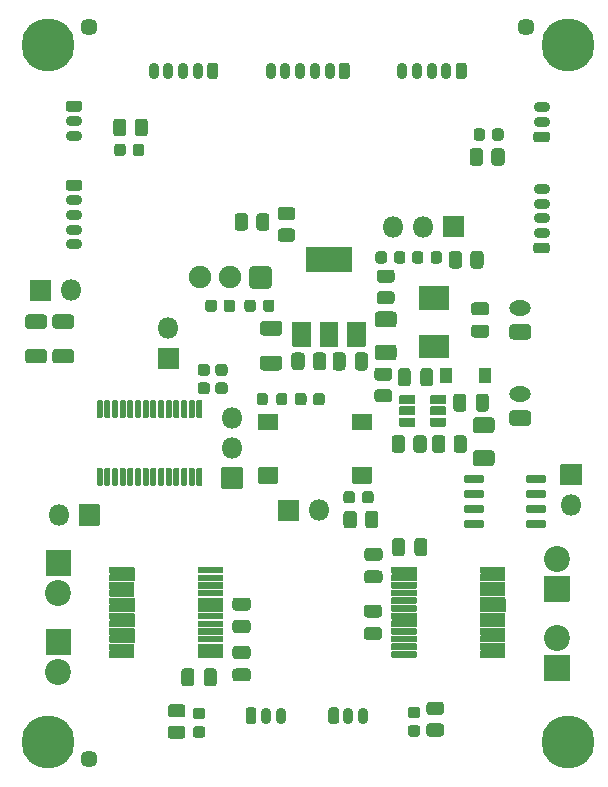
<source format=gbr>
%TF.GenerationSoftware,KiCad,Pcbnew,5.1.10*%
%TF.CreationDate,2021-08-20T07:55:10+02:00*%
%TF.ProjectId,nsumo,6e73756d-6f2e-46b6-9963-61645f706362,rev?*%
%TF.SameCoordinates,Original*%
%TF.FileFunction,Soldermask,Top*%
%TF.FilePolarity,Negative*%
%FSLAX46Y46*%
G04 Gerber Fmt 4.6, Leading zero omitted, Abs format (unit mm)*
G04 Created by KiCad (PCBNEW 5.1.10) date 2021-08-20 07:55:10*
%MOMM*%
%LPD*%
G01*
G04 APERTURE LIST*
%ADD10C,0.100000*%
%ADD11C,2.200000*%
%ADD12C,1.448000*%
%ADD13O,1.800000X1.800000*%
%ADD14O,1.400000X0.900000*%
%ADD15O,0.900000X1.400000*%
%ADD16C,0.800000*%
%ADD17C,4.500000*%
%ADD18O,1.850000X1.300000*%
%ADD19C,1.900000*%
G04 APERTURE END LIST*
D10*
G36*
X38260000Y-128330000D02*
G01*
X36230000Y-128330000D01*
X36230000Y-127290000D01*
X38260000Y-127290000D01*
X38260000Y-128330000D01*
G37*
X38260000Y-128330000D02*
X36230000Y-128330000D01*
X36230000Y-127290000D01*
X38260000Y-127290000D01*
X38260000Y-128330000D01*
G36*
X38240000Y-129640000D02*
G01*
X36250000Y-129640000D01*
X36250000Y-128560000D01*
X38240000Y-128560000D01*
X38240000Y-129640000D01*
G37*
X38240000Y-129640000D02*
X36250000Y-129640000D01*
X36250000Y-128560000D01*
X38240000Y-128560000D01*
X38240000Y-129640000D01*
G36*
X38260000Y-130910000D02*
G01*
X36230000Y-130910000D01*
X36230000Y-129850000D01*
X38260000Y-129850000D01*
X38260000Y-130910000D01*
G37*
X38260000Y-130910000D02*
X36230000Y-130910000D01*
X36230000Y-129850000D01*
X38260000Y-129850000D01*
X38260000Y-130910000D01*
G36*
X38270000Y-132230000D02*
G01*
X36250000Y-132230000D01*
X36250000Y-131180000D01*
X38270000Y-131180000D01*
X38270000Y-132230000D01*
G37*
X38270000Y-132230000D02*
X36250000Y-132230000D01*
X36250000Y-131180000D01*
X38270000Y-131180000D01*
X38270000Y-132230000D01*
G36*
X38260000Y-133530000D02*
G01*
X36230000Y-133530000D01*
X36230000Y-132480000D01*
X38260000Y-132480000D01*
X38260000Y-133530000D01*
G37*
X38260000Y-133530000D02*
X36230000Y-133530000D01*
X36230000Y-132480000D01*
X38260000Y-132480000D01*
X38260000Y-133530000D01*
G36*
X38250000Y-134830000D02*
G01*
X36280000Y-134830000D01*
X36280000Y-133800000D01*
X38250000Y-133800000D01*
X38250000Y-134830000D01*
G37*
X38250000Y-134830000D02*
X36280000Y-134830000D01*
X36280000Y-133800000D01*
X38250000Y-133800000D01*
X38250000Y-134830000D01*
G36*
X45740000Y-130920000D02*
G01*
X43730000Y-130920000D01*
X43730000Y-129850000D01*
X45740000Y-129850000D01*
X45740000Y-130920000D01*
G37*
X45740000Y-130920000D02*
X43730000Y-130920000D01*
X43730000Y-129850000D01*
X45740000Y-129850000D01*
X45740000Y-130920000D01*
G36*
X45760000Y-134840000D02*
G01*
X43740000Y-134840000D01*
X43740000Y-133780000D01*
X45760000Y-133780000D01*
X45760000Y-134840000D01*
G37*
X45760000Y-134840000D02*
X43740000Y-134840000D01*
X43740000Y-133780000D01*
X45760000Y-133780000D01*
X45760000Y-134840000D01*
G36*
X69650000Y-134820000D02*
G01*
X67630000Y-134820000D01*
X67630000Y-133780000D01*
X69650000Y-133780000D01*
X69650000Y-134820000D01*
G37*
X69650000Y-134820000D02*
X67630000Y-134820000D01*
X67630000Y-133780000D01*
X69650000Y-133780000D01*
X69650000Y-134820000D01*
G36*
X69650000Y-133510000D02*
G01*
X67650000Y-133510000D01*
X67650000Y-132470000D01*
X69650000Y-132470000D01*
X69650000Y-133510000D01*
G37*
X69650000Y-133510000D02*
X67650000Y-133510000D01*
X67650000Y-132470000D01*
X69650000Y-132470000D01*
X69650000Y-133510000D01*
G36*
X69660000Y-132200000D02*
G01*
X67620000Y-132200000D01*
X67620000Y-131170000D01*
X69660000Y-131170000D01*
X69660000Y-132200000D01*
G37*
X69660000Y-132200000D02*
X67620000Y-132200000D01*
X67620000Y-131170000D01*
X69660000Y-131170000D01*
X69660000Y-132200000D01*
G36*
X69670000Y-130900000D02*
G01*
X67620000Y-130900000D01*
X67620000Y-129880000D01*
X69670000Y-129880000D01*
X69670000Y-130900000D01*
G37*
X69670000Y-130900000D02*
X67620000Y-130900000D01*
X67620000Y-129880000D01*
X69670000Y-129880000D01*
X69670000Y-130900000D01*
G36*
X69660000Y-129600000D02*
G01*
X67610000Y-129600000D01*
X67610000Y-128570000D01*
X69660000Y-128570000D01*
X69660000Y-129600000D01*
G37*
X69660000Y-129600000D02*
X67610000Y-129600000D01*
X67610000Y-128570000D01*
X69660000Y-128570000D01*
X69660000Y-129600000D01*
G36*
X69640000Y-128310000D02*
G01*
X67630000Y-128310000D01*
X67630000Y-127270000D01*
X69640000Y-127270000D01*
X69640000Y-128310000D01*
G37*
X69640000Y-128310000D02*
X67630000Y-128310000D01*
X67630000Y-127270000D01*
X69640000Y-127270000D01*
X69640000Y-128310000D01*
G36*
X62130000Y-128310000D02*
G01*
X60150000Y-128310000D01*
X60150000Y-127270000D01*
X62130000Y-127270000D01*
X62130000Y-128310000D01*
G37*
X62130000Y-128310000D02*
X60150000Y-128310000D01*
X60150000Y-127270000D01*
X62130000Y-127270000D01*
X62130000Y-128310000D01*
G36*
X62180000Y-132220000D02*
G01*
X60130000Y-132220000D01*
X60130000Y-131140000D01*
X62180000Y-131140000D01*
X62180000Y-132220000D01*
G37*
X62180000Y-132220000D02*
X60130000Y-132220000D01*
X60130000Y-131140000D01*
X62180000Y-131140000D01*
X62180000Y-132220000D01*
%TO.C,C15*%
G36*
G01*
X67100000Y-106700000D02*
X68100000Y-106700000D01*
G75*
G02*
X68375000Y-106975000I0J-275000D01*
G01*
X68375000Y-107525000D01*
G75*
G02*
X68100000Y-107800000I-275000J0D01*
G01*
X67100000Y-107800000D01*
G75*
G02*
X66825000Y-107525000I0J275000D01*
G01*
X66825000Y-106975000D01*
G75*
G02*
X67100000Y-106700000I275000J0D01*
G01*
G37*
G36*
G01*
X67100000Y-104800000D02*
X68100000Y-104800000D01*
G75*
G02*
X68375000Y-105075000I0J-275000D01*
G01*
X68375000Y-105625000D01*
G75*
G02*
X68100000Y-105900000I-275000J0D01*
G01*
X67100000Y-105900000D01*
G75*
G02*
X66825000Y-105625000I0J275000D01*
G01*
X66825000Y-105075000D01*
G75*
G02*
X67100000Y-104800000I275000J0D01*
G01*
G37*
%TD*%
%TO.C,R16*%
G36*
G01*
X63324388Y-138625000D02*
X64275612Y-138625000D01*
G75*
G02*
X64550000Y-138899388I0J-274388D01*
G01*
X64550000Y-139475612D01*
G75*
G02*
X64275612Y-139750000I-274388J0D01*
G01*
X63324388Y-139750000D01*
G75*
G02*
X63050000Y-139475612I0J274388D01*
G01*
X63050000Y-138899388D01*
G75*
G02*
X63324388Y-138625000I274388J0D01*
G01*
G37*
G36*
G01*
X63324388Y-140450000D02*
X64275612Y-140450000D01*
G75*
G02*
X64550000Y-140724388I0J-274388D01*
G01*
X64550000Y-141300612D01*
G75*
G02*
X64275612Y-141575000I-274388J0D01*
G01*
X63324388Y-141575000D01*
G75*
G02*
X63050000Y-141300612I0J274388D01*
G01*
X63050000Y-140724388D01*
G75*
G02*
X63324388Y-140450000I274388J0D01*
G01*
G37*
%TD*%
%TO.C,R14*%
G36*
G01*
X69662500Y-92024388D02*
X69662500Y-92975612D01*
G75*
G02*
X69388112Y-93250000I-274388J0D01*
G01*
X68811888Y-93250000D01*
G75*
G02*
X68537500Y-92975612I0J274388D01*
G01*
X68537500Y-92024388D01*
G75*
G02*
X68811888Y-91750000I274388J0D01*
G01*
X69388112Y-91750000D01*
G75*
G02*
X69662500Y-92024388I0J-274388D01*
G01*
G37*
G36*
G01*
X67837500Y-92024388D02*
X67837500Y-92975612D01*
G75*
G02*
X67563112Y-93250000I-274388J0D01*
G01*
X66986888Y-93250000D01*
G75*
G02*
X66712500Y-92975612I0J274388D01*
G01*
X66712500Y-92024388D01*
G75*
G02*
X66986888Y-91750000I274388J0D01*
G01*
X67563112Y-91750000D01*
G75*
G02*
X67837500Y-92024388I0J-274388D01*
G01*
G37*
%TD*%
%TO.C,R13*%
G36*
G01*
X41424388Y-138825000D02*
X42375612Y-138825000D01*
G75*
G02*
X42650000Y-139099388I0J-274388D01*
G01*
X42650000Y-139675612D01*
G75*
G02*
X42375612Y-139950000I-274388J0D01*
G01*
X41424388Y-139950000D01*
G75*
G02*
X41150000Y-139675612I0J274388D01*
G01*
X41150000Y-139099388D01*
G75*
G02*
X41424388Y-138825000I274388J0D01*
G01*
G37*
G36*
G01*
X41424388Y-140650000D02*
X42375612Y-140650000D01*
G75*
G02*
X42650000Y-140924388I0J-274388D01*
G01*
X42650000Y-141500612D01*
G75*
G02*
X42375612Y-141775000I-274388J0D01*
G01*
X41424388Y-141775000D01*
G75*
G02*
X41150000Y-141500612I0J274388D01*
G01*
X41150000Y-140924388D01*
G75*
G02*
X41424388Y-140650000I274388J0D01*
G01*
G37*
%TD*%
%TO.C,R11*%
G36*
G01*
X36525000Y-90475612D02*
X36525000Y-89524388D01*
G75*
G02*
X36799388Y-89250000I274388J0D01*
G01*
X37375612Y-89250000D01*
G75*
G02*
X37650000Y-89524388I0J-274388D01*
G01*
X37650000Y-90475612D01*
G75*
G02*
X37375612Y-90750000I-274388J0D01*
G01*
X36799388Y-90750000D01*
G75*
G02*
X36525000Y-90475612I0J274388D01*
G01*
G37*
G36*
G01*
X38350000Y-90475612D02*
X38350000Y-89524388D01*
G75*
G02*
X38624388Y-89250000I274388J0D01*
G01*
X39200612Y-89250000D01*
G75*
G02*
X39475000Y-89524388I0J-274388D01*
G01*
X39475000Y-90475612D01*
G75*
G02*
X39200612Y-90750000I-274388J0D01*
G01*
X38624388Y-90750000D01*
G75*
G02*
X38350000Y-90475612I0J274388D01*
G01*
G37*
%TD*%
%TO.C,D9*%
G36*
G01*
X61718750Y-140600000D02*
X62281250Y-140600000D01*
G75*
G02*
X62525000Y-140843750I0J-243750D01*
G01*
X62525000Y-141331250D01*
G75*
G02*
X62281250Y-141575000I-243750J0D01*
G01*
X61718750Y-141575000D01*
G75*
G02*
X61475000Y-141331250I0J243750D01*
G01*
X61475000Y-140843750D01*
G75*
G02*
X61718750Y-140600000I243750J0D01*
G01*
G37*
G36*
G01*
X61718750Y-139025000D02*
X62281250Y-139025000D01*
G75*
G02*
X62525000Y-139268750I0J-243750D01*
G01*
X62525000Y-139756250D01*
G75*
G02*
X62281250Y-140000000I-243750J0D01*
G01*
X61718750Y-140000000D01*
G75*
G02*
X61475000Y-139756250I0J243750D01*
G01*
X61475000Y-139268750D01*
G75*
G02*
X61718750Y-139025000I243750J0D01*
G01*
G37*
%TD*%
%TO.C,D8*%
G36*
G01*
X68012500Y-90318750D02*
X68012500Y-90881250D01*
G75*
G02*
X67768750Y-91125000I-243750J0D01*
G01*
X67281250Y-91125000D01*
G75*
G02*
X67037500Y-90881250I0J243750D01*
G01*
X67037500Y-90318750D01*
G75*
G02*
X67281250Y-90075000I243750J0D01*
G01*
X67768750Y-90075000D01*
G75*
G02*
X68012500Y-90318750I0J-243750D01*
G01*
G37*
G36*
G01*
X69587500Y-90318750D02*
X69587500Y-90881250D01*
G75*
G02*
X69343750Y-91125000I-243750J0D01*
G01*
X68856250Y-91125000D01*
G75*
G02*
X68612500Y-90881250I0J243750D01*
G01*
X68612500Y-90318750D01*
G75*
G02*
X68856250Y-90075000I243750J0D01*
G01*
X69343750Y-90075000D01*
G75*
G02*
X69587500Y-90318750I0J-243750D01*
G01*
G37*
%TD*%
%TO.C,D7*%
G36*
G01*
X43518750Y-140700000D02*
X44081250Y-140700000D01*
G75*
G02*
X44325000Y-140943750I0J-243750D01*
G01*
X44325000Y-141431250D01*
G75*
G02*
X44081250Y-141675000I-243750J0D01*
G01*
X43518750Y-141675000D01*
G75*
G02*
X43275000Y-141431250I0J243750D01*
G01*
X43275000Y-140943750D01*
G75*
G02*
X43518750Y-140700000I243750J0D01*
G01*
G37*
G36*
G01*
X43518750Y-139125000D02*
X44081250Y-139125000D01*
G75*
G02*
X44325000Y-139368750I0J-243750D01*
G01*
X44325000Y-139856250D01*
G75*
G02*
X44081250Y-140100000I-243750J0D01*
G01*
X43518750Y-140100000D01*
G75*
G02*
X43275000Y-139856250I0J243750D01*
G01*
X43275000Y-139368750D01*
G75*
G02*
X43518750Y-139125000I243750J0D01*
G01*
G37*
%TD*%
%TO.C,D1*%
G36*
G01*
X38187500Y-92181250D02*
X38187500Y-91618750D01*
G75*
G02*
X38431250Y-91375000I243750J0D01*
G01*
X38918750Y-91375000D01*
G75*
G02*
X39162500Y-91618750I0J-243750D01*
G01*
X39162500Y-92181250D01*
G75*
G02*
X38918750Y-92425000I-243750J0D01*
G01*
X38431250Y-92425000D01*
G75*
G02*
X38187500Y-92181250I0J243750D01*
G01*
G37*
G36*
G01*
X36612500Y-92181250D02*
X36612500Y-91618750D01*
G75*
G02*
X36856250Y-91375000I243750J0D01*
G01*
X37343750Y-91375000D01*
G75*
G02*
X37587500Y-91618750I0J-243750D01*
G01*
X37587500Y-92181250D01*
G75*
G02*
X37343750Y-92425000I-243750J0D01*
G01*
X36856250Y-92425000D01*
G75*
G02*
X36612500Y-92181250I0J243750D01*
G01*
G37*
%TD*%
%TO.C,U7*%
G36*
G01*
X71450000Y-119950000D02*
X71450000Y-119600000D01*
G75*
G02*
X71625000Y-119425000I175000J0D01*
G01*
X73025000Y-119425000D01*
G75*
G02*
X73200000Y-119600000I0J-175000D01*
G01*
X73200000Y-119950000D01*
G75*
G02*
X73025000Y-120125000I-175000J0D01*
G01*
X71625000Y-120125000D01*
G75*
G02*
X71450000Y-119950000I0J175000D01*
G01*
G37*
G36*
G01*
X71450000Y-121220000D02*
X71450000Y-120870000D01*
G75*
G02*
X71625000Y-120695000I175000J0D01*
G01*
X73025000Y-120695000D01*
G75*
G02*
X73200000Y-120870000I0J-175000D01*
G01*
X73200000Y-121220000D01*
G75*
G02*
X73025000Y-121395000I-175000J0D01*
G01*
X71625000Y-121395000D01*
G75*
G02*
X71450000Y-121220000I0J175000D01*
G01*
G37*
G36*
G01*
X71450000Y-122490000D02*
X71450000Y-122140000D01*
G75*
G02*
X71625000Y-121965000I175000J0D01*
G01*
X73025000Y-121965000D01*
G75*
G02*
X73200000Y-122140000I0J-175000D01*
G01*
X73200000Y-122490000D01*
G75*
G02*
X73025000Y-122665000I-175000J0D01*
G01*
X71625000Y-122665000D01*
G75*
G02*
X71450000Y-122490000I0J175000D01*
G01*
G37*
G36*
G01*
X71450000Y-123760000D02*
X71450000Y-123410000D01*
G75*
G02*
X71625000Y-123235000I175000J0D01*
G01*
X73025000Y-123235000D01*
G75*
G02*
X73200000Y-123410000I0J-175000D01*
G01*
X73200000Y-123760000D01*
G75*
G02*
X73025000Y-123935000I-175000J0D01*
G01*
X71625000Y-123935000D01*
G75*
G02*
X71450000Y-123760000I0J175000D01*
G01*
G37*
G36*
G01*
X66200000Y-123760000D02*
X66200000Y-123410000D01*
G75*
G02*
X66375000Y-123235000I175000J0D01*
G01*
X67775000Y-123235000D01*
G75*
G02*
X67950000Y-123410000I0J-175000D01*
G01*
X67950000Y-123760000D01*
G75*
G02*
X67775000Y-123935000I-175000J0D01*
G01*
X66375000Y-123935000D01*
G75*
G02*
X66200000Y-123760000I0J175000D01*
G01*
G37*
G36*
G01*
X66200000Y-122490000D02*
X66200000Y-122140000D01*
G75*
G02*
X66375000Y-121965000I175000J0D01*
G01*
X67775000Y-121965000D01*
G75*
G02*
X67950000Y-122140000I0J-175000D01*
G01*
X67950000Y-122490000D01*
G75*
G02*
X67775000Y-122665000I-175000J0D01*
G01*
X66375000Y-122665000D01*
G75*
G02*
X66200000Y-122490000I0J175000D01*
G01*
G37*
G36*
G01*
X66200000Y-121220000D02*
X66200000Y-120870000D01*
G75*
G02*
X66375000Y-120695000I175000J0D01*
G01*
X67775000Y-120695000D01*
G75*
G02*
X67950000Y-120870000I0J-175000D01*
G01*
X67950000Y-121220000D01*
G75*
G02*
X67775000Y-121395000I-175000J0D01*
G01*
X66375000Y-121395000D01*
G75*
G02*
X66200000Y-121220000I0J175000D01*
G01*
G37*
G36*
G01*
X66200000Y-119950000D02*
X66200000Y-119600000D01*
G75*
G02*
X66375000Y-119425000I175000J0D01*
G01*
X67775000Y-119425000D01*
G75*
G02*
X67950000Y-119600000I0J-175000D01*
G01*
X67950000Y-119950000D01*
G75*
G02*
X67775000Y-120125000I-175000J0D01*
G01*
X66375000Y-120125000D01*
G75*
G02*
X66200000Y-119950000I0J175000D01*
G01*
G37*
%TD*%
D11*
%TO.C,J17*%
X31900000Y-129440000D03*
G36*
G01*
X30850000Y-125800000D02*
X32950000Y-125800000D01*
G75*
G02*
X33000000Y-125850000I0J-50000D01*
G01*
X33000000Y-127950000D01*
G75*
G02*
X32950000Y-128000000I-50000J0D01*
G01*
X30850000Y-128000000D01*
G75*
G02*
X30800000Y-127950000I0J50000D01*
G01*
X30800000Y-125850000D01*
G75*
G02*
X30850000Y-125800000I50000J0D01*
G01*
G37*
%TD*%
%TO.C,J16*%
X31900000Y-136140000D03*
G36*
G01*
X30850000Y-132500000D02*
X32950000Y-132500000D01*
G75*
G02*
X33000000Y-132550000I0J-50000D01*
G01*
X33000000Y-134650000D01*
G75*
G02*
X32950000Y-134700000I-50000J0D01*
G01*
X30850000Y-134700000D01*
G75*
G02*
X30800000Y-134650000I0J50000D01*
G01*
X30800000Y-132550000D01*
G75*
G02*
X30850000Y-132500000I50000J0D01*
G01*
G37*
%TD*%
D12*
%TO.C,REF\u002A\u002A*%
X34500000Y-143500000D03*
%TD*%
%TO.C,REF\u002A\u002A*%
X34500000Y-81500000D03*
%TD*%
%TO.C,REF\u002A\u002A*%
X71500000Y-81500000D03*
%TD*%
%TO.C,U6*%
G36*
G01*
X43675000Y-127701000D02*
X43675000Y-127251000D01*
G75*
G02*
X43725000Y-127201000I50000J0D01*
G01*
X45775000Y-127201000D01*
G75*
G02*
X45825000Y-127251000I0J-50000D01*
G01*
X45825000Y-127701000D01*
G75*
G02*
X45775000Y-127751000I-50000J0D01*
G01*
X43725000Y-127751000D01*
G75*
G02*
X43675000Y-127701000I0J50000D01*
G01*
G37*
G36*
G01*
X43675000Y-128351000D02*
X43675000Y-127901000D01*
G75*
G02*
X43725000Y-127851000I50000J0D01*
G01*
X45775000Y-127851000D01*
G75*
G02*
X45825000Y-127901000I0J-50000D01*
G01*
X45825000Y-128351000D01*
G75*
G02*
X45775000Y-128401000I-50000J0D01*
G01*
X43725000Y-128401000D01*
G75*
G02*
X43675000Y-128351000I0J50000D01*
G01*
G37*
G36*
G01*
X43675000Y-129001000D02*
X43675000Y-128551000D01*
G75*
G02*
X43725000Y-128501000I50000J0D01*
G01*
X45775000Y-128501000D01*
G75*
G02*
X45825000Y-128551000I0J-50000D01*
G01*
X45825000Y-129001000D01*
G75*
G02*
X45775000Y-129051000I-50000J0D01*
G01*
X43725000Y-129051000D01*
G75*
G02*
X43675000Y-129001000I0J50000D01*
G01*
G37*
G36*
G01*
X43675000Y-129651000D02*
X43675000Y-129201000D01*
G75*
G02*
X43725000Y-129151000I50000J0D01*
G01*
X45775000Y-129151000D01*
G75*
G02*
X45825000Y-129201000I0J-50000D01*
G01*
X45825000Y-129651000D01*
G75*
G02*
X45775000Y-129701000I-50000J0D01*
G01*
X43725000Y-129701000D01*
G75*
G02*
X43675000Y-129651000I0J50000D01*
G01*
G37*
G36*
G01*
X43675000Y-130301000D02*
X43675000Y-129851000D01*
G75*
G02*
X43725000Y-129801000I50000J0D01*
G01*
X45775000Y-129801000D01*
G75*
G02*
X45825000Y-129851000I0J-50000D01*
G01*
X45825000Y-130301000D01*
G75*
G02*
X45775000Y-130351000I-50000J0D01*
G01*
X43725000Y-130351000D01*
G75*
G02*
X43675000Y-130301000I0J50000D01*
G01*
G37*
G36*
G01*
X43675000Y-130951000D02*
X43675000Y-130501000D01*
G75*
G02*
X43725000Y-130451000I50000J0D01*
G01*
X45775000Y-130451000D01*
G75*
G02*
X45825000Y-130501000I0J-50000D01*
G01*
X45825000Y-130951000D01*
G75*
G02*
X45775000Y-131001000I-50000J0D01*
G01*
X43725000Y-131001000D01*
G75*
G02*
X43675000Y-130951000I0J50000D01*
G01*
G37*
G36*
G01*
X43675000Y-131601000D02*
X43675000Y-131151000D01*
G75*
G02*
X43725000Y-131101000I50000J0D01*
G01*
X45775000Y-131101000D01*
G75*
G02*
X45825000Y-131151000I0J-50000D01*
G01*
X45825000Y-131601000D01*
G75*
G02*
X45775000Y-131651000I-50000J0D01*
G01*
X43725000Y-131651000D01*
G75*
G02*
X43675000Y-131601000I0J50000D01*
G01*
G37*
G36*
G01*
X43675000Y-132251000D02*
X43675000Y-131801000D01*
G75*
G02*
X43725000Y-131751000I50000J0D01*
G01*
X45775000Y-131751000D01*
G75*
G02*
X45825000Y-131801000I0J-50000D01*
G01*
X45825000Y-132251000D01*
G75*
G02*
X45775000Y-132301000I-50000J0D01*
G01*
X43725000Y-132301000D01*
G75*
G02*
X43675000Y-132251000I0J50000D01*
G01*
G37*
G36*
G01*
X43675000Y-132901000D02*
X43675000Y-132451000D01*
G75*
G02*
X43725000Y-132401000I50000J0D01*
G01*
X45775000Y-132401000D01*
G75*
G02*
X45825000Y-132451000I0J-50000D01*
G01*
X45825000Y-132901000D01*
G75*
G02*
X45775000Y-132951000I-50000J0D01*
G01*
X43725000Y-132951000D01*
G75*
G02*
X43675000Y-132901000I0J50000D01*
G01*
G37*
G36*
G01*
X43675000Y-133551000D02*
X43675000Y-133101000D01*
G75*
G02*
X43725000Y-133051000I50000J0D01*
G01*
X45775000Y-133051000D01*
G75*
G02*
X45825000Y-133101000I0J-50000D01*
G01*
X45825000Y-133551000D01*
G75*
G02*
X45775000Y-133601000I-50000J0D01*
G01*
X43725000Y-133601000D01*
G75*
G02*
X43675000Y-133551000I0J50000D01*
G01*
G37*
G36*
G01*
X43675000Y-134201000D02*
X43675000Y-133751000D01*
G75*
G02*
X43725000Y-133701000I50000J0D01*
G01*
X45775000Y-133701000D01*
G75*
G02*
X45825000Y-133751000I0J-50000D01*
G01*
X45825000Y-134201000D01*
G75*
G02*
X45775000Y-134251000I-50000J0D01*
G01*
X43725000Y-134251000D01*
G75*
G02*
X43675000Y-134201000I0J50000D01*
G01*
G37*
G36*
G01*
X43675000Y-134851000D02*
X43675000Y-134401000D01*
G75*
G02*
X43725000Y-134351000I50000J0D01*
G01*
X45775000Y-134351000D01*
G75*
G02*
X45825000Y-134401000I0J-50000D01*
G01*
X45825000Y-134851000D01*
G75*
G02*
X45775000Y-134901000I-50000J0D01*
G01*
X43725000Y-134901000D01*
G75*
G02*
X43675000Y-134851000I0J50000D01*
G01*
G37*
G36*
G01*
X36175000Y-134851000D02*
X36175000Y-134401000D01*
G75*
G02*
X36225000Y-134351000I50000J0D01*
G01*
X38275000Y-134351000D01*
G75*
G02*
X38325000Y-134401000I0J-50000D01*
G01*
X38325000Y-134851000D01*
G75*
G02*
X38275000Y-134901000I-50000J0D01*
G01*
X36225000Y-134901000D01*
G75*
G02*
X36175000Y-134851000I0J50000D01*
G01*
G37*
G36*
G01*
X36175000Y-134201000D02*
X36175000Y-133751000D01*
G75*
G02*
X36225000Y-133701000I50000J0D01*
G01*
X38275000Y-133701000D01*
G75*
G02*
X38325000Y-133751000I0J-50000D01*
G01*
X38325000Y-134201000D01*
G75*
G02*
X38275000Y-134251000I-50000J0D01*
G01*
X36225000Y-134251000D01*
G75*
G02*
X36175000Y-134201000I0J50000D01*
G01*
G37*
G36*
G01*
X36175000Y-133551000D02*
X36175000Y-133101000D01*
G75*
G02*
X36225000Y-133051000I50000J0D01*
G01*
X38275000Y-133051000D01*
G75*
G02*
X38325000Y-133101000I0J-50000D01*
G01*
X38325000Y-133551000D01*
G75*
G02*
X38275000Y-133601000I-50000J0D01*
G01*
X36225000Y-133601000D01*
G75*
G02*
X36175000Y-133551000I0J50000D01*
G01*
G37*
G36*
G01*
X36175000Y-132901000D02*
X36175000Y-132451000D01*
G75*
G02*
X36225000Y-132401000I50000J0D01*
G01*
X38275000Y-132401000D01*
G75*
G02*
X38325000Y-132451000I0J-50000D01*
G01*
X38325000Y-132901000D01*
G75*
G02*
X38275000Y-132951000I-50000J0D01*
G01*
X36225000Y-132951000D01*
G75*
G02*
X36175000Y-132901000I0J50000D01*
G01*
G37*
G36*
G01*
X36175000Y-132251000D02*
X36175000Y-131801000D01*
G75*
G02*
X36225000Y-131751000I50000J0D01*
G01*
X38275000Y-131751000D01*
G75*
G02*
X38325000Y-131801000I0J-50000D01*
G01*
X38325000Y-132251000D01*
G75*
G02*
X38275000Y-132301000I-50000J0D01*
G01*
X36225000Y-132301000D01*
G75*
G02*
X36175000Y-132251000I0J50000D01*
G01*
G37*
G36*
G01*
X36175000Y-131601000D02*
X36175000Y-131151000D01*
G75*
G02*
X36225000Y-131101000I50000J0D01*
G01*
X38275000Y-131101000D01*
G75*
G02*
X38325000Y-131151000I0J-50000D01*
G01*
X38325000Y-131601000D01*
G75*
G02*
X38275000Y-131651000I-50000J0D01*
G01*
X36225000Y-131651000D01*
G75*
G02*
X36175000Y-131601000I0J50000D01*
G01*
G37*
G36*
G01*
X36175000Y-130951000D02*
X36175000Y-130501000D01*
G75*
G02*
X36225000Y-130451000I50000J0D01*
G01*
X38275000Y-130451000D01*
G75*
G02*
X38325000Y-130501000I0J-50000D01*
G01*
X38325000Y-130951000D01*
G75*
G02*
X38275000Y-131001000I-50000J0D01*
G01*
X36225000Y-131001000D01*
G75*
G02*
X36175000Y-130951000I0J50000D01*
G01*
G37*
G36*
G01*
X36175000Y-130301000D02*
X36175000Y-129851000D01*
G75*
G02*
X36225000Y-129801000I50000J0D01*
G01*
X38275000Y-129801000D01*
G75*
G02*
X38325000Y-129851000I0J-50000D01*
G01*
X38325000Y-130301000D01*
G75*
G02*
X38275000Y-130351000I-50000J0D01*
G01*
X36225000Y-130351000D01*
G75*
G02*
X36175000Y-130301000I0J50000D01*
G01*
G37*
G36*
G01*
X36175000Y-129651000D02*
X36175000Y-129201000D01*
G75*
G02*
X36225000Y-129151000I50000J0D01*
G01*
X38275000Y-129151000D01*
G75*
G02*
X38325000Y-129201000I0J-50000D01*
G01*
X38325000Y-129651000D01*
G75*
G02*
X38275000Y-129701000I-50000J0D01*
G01*
X36225000Y-129701000D01*
G75*
G02*
X36175000Y-129651000I0J50000D01*
G01*
G37*
G36*
G01*
X36175000Y-129001000D02*
X36175000Y-128551000D01*
G75*
G02*
X36225000Y-128501000I50000J0D01*
G01*
X38275000Y-128501000D01*
G75*
G02*
X38325000Y-128551000I0J-50000D01*
G01*
X38325000Y-129001000D01*
G75*
G02*
X38275000Y-129051000I-50000J0D01*
G01*
X36225000Y-129051000D01*
G75*
G02*
X36175000Y-129001000I0J50000D01*
G01*
G37*
G36*
G01*
X36175000Y-128351000D02*
X36175000Y-127901000D01*
G75*
G02*
X36225000Y-127851000I50000J0D01*
G01*
X38275000Y-127851000D01*
G75*
G02*
X38325000Y-127901000I0J-50000D01*
G01*
X38325000Y-128351000D01*
G75*
G02*
X38275000Y-128401000I-50000J0D01*
G01*
X36225000Y-128401000D01*
G75*
G02*
X36175000Y-128351000I0J50000D01*
G01*
G37*
G36*
G01*
X36175000Y-127701000D02*
X36175000Y-127251000D01*
G75*
G02*
X36225000Y-127201000I50000J0D01*
G01*
X38275000Y-127201000D01*
G75*
G02*
X38325000Y-127251000I0J-50000D01*
G01*
X38325000Y-127701000D01*
G75*
G02*
X38275000Y-127751000I-50000J0D01*
G01*
X36225000Y-127751000D01*
G75*
G02*
X36175000Y-127701000I0J50000D01*
G01*
G37*
%TD*%
%TO.C,U3*%
G36*
G01*
X62225000Y-134386000D02*
X62225000Y-134836000D01*
G75*
G02*
X62175000Y-134886000I-50000J0D01*
G01*
X60125000Y-134886000D01*
G75*
G02*
X60075000Y-134836000I0J50000D01*
G01*
X60075000Y-134386000D01*
G75*
G02*
X60125000Y-134336000I50000J0D01*
G01*
X62175000Y-134336000D01*
G75*
G02*
X62225000Y-134386000I0J-50000D01*
G01*
G37*
G36*
G01*
X62225000Y-133736000D02*
X62225000Y-134186000D01*
G75*
G02*
X62175000Y-134236000I-50000J0D01*
G01*
X60125000Y-134236000D01*
G75*
G02*
X60075000Y-134186000I0J50000D01*
G01*
X60075000Y-133736000D01*
G75*
G02*
X60125000Y-133686000I50000J0D01*
G01*
X62175000Y-133686000D01*
G75*
G02*
X62225000Y-133736000I0J-50000D01*
G01*
G37*
G36*
G01*
X62225000Y-133086000D02*
X62225000Y-133536000D01*
G75*
G02*
X62175000Y-133586000I-50000J0D01*
G01*
X60125000Y-133586000D01*
G75*
G02*
X60075000Y-133536000I0J50000D01*
G01*
X60075000Y-133086000D01*
G75*
G02*
X60125000Y-133036000I50000J0D01*
G01*
X62175000Y-133036000D01*
G75*
G02*
X62225000Y-133086000I0J-50000D01*
G01*
G37*
G36*
G01*
X62225000Y-132436000D02*
X62225000Y-132886000D01*
G75*
G02*
X62175000Y-132936000I-50000J0D01*
G01*
X60125000Y-132936000D01*
G75*
G02*
X60075000Y-132886000I0J50000D01*
G01*
X60075000Y-132436000D01*
G75*
G02*
X60125000Y-132386000I50000J0D01*
G01*
X62175000Y-132386000D01*
G75*
G02*
X62225000Y-132436000I0J-50000D01*
G01*
G37*
G36*
G01*
X62225000Y-131786000D02*
X62225000Y-132236000D01*
G75*
G02*
X62175000Y-132286000I-50000J0D01*
G01*
X60125000Y-132286000D01*
G75*
G02*
X60075000Y-132236000I0J50000D01*
G01*
X60075000Y-131786000D01*
G75*
G02*
X60125000Y-131736000I50000J0D01*
G01*
X62175000Y-131736000D01*
G75*
G02*
X62225000Y-131786000I0J-50000D01*
G01*
G37*
G36*
G01*
X62225000Y-131136000D02*
X62225000Y-131586000D01*
G75*
G02*
X62175000Y-131636000I-50000J0D01*
G01*
X60125000Y-131636000D01*
G75*
G02*
X60075000Y-131586000I0J50000D01*
G01*
X60075000Y-131136000D01*
G75*
G02*
X60125000Y-131086000I50000J0D01*
G01*
X62175000Y-131086000D01*
G75*
G02*
X62225000Y-131136000I0J-50000D01*
G01*
G37*
G36*
G01*
X62225000Y-130486000D02*
X62225000Y-130936000D01*
G75*
G02*
X62175000Y-130986000I-50000J0D01*
G01*
X60125000Y-130986000D01*
G75*
G02*
X60075000Y-130936000I0J50000D01*
G01*
X60075000Y-130486000D01*
G75*
G02*
X60125000Y-130436000I50000J0D01*
G01*
X62175000Y-130436000D01*
G75*
G02*
X62225000Y-130486000I0J-50000D01*
G01*
G37*
G36*
G01*
X62225000Y-129836000D02*
X62225000Y-130286000D01*
G75*
G02*
X62175000Y-130336000I-50000J0D01*
G01*
X60125000Y-130336000D01*
G75*
G02*
X60075000Y-130286000I0J50000D01*
G01*
X60075000Y-129836000D01*
G75*
G02*
X60125000Y-129786000I50000J0D01*
G01*
X62175000Y-129786000D01*
G75*
G02*
X62225000Y-129836000I0J-50000D01*
G01*
G37*
G36*
G01*
X62225000Y-129186000D02*
X62225000Y-129636000D01*
G75*
G02*
X62175000Y-129686000I-50000J0D01*
G01*
X60125000Y-129686000D01*
G75*
G02*
X60075000Y-129636000I0J50000D01*
G01*
X60075000Y-129186000D01*
G75*
G02*
X60125000Y-129136000I50000J0D01*
G01*
X62175000Y-129136000D01*
G75*
G02*
X62225000Y-129186000I0J-50000D01*
G01*
G37*
G36*
G01*
X62225000Y-128536000D02*
X62225000Y-128986000D01*
G75*
G02*
X62175000Y-129036000I-50000J0D01*
G01*
X60125000Y-129036000D01*
G75*
G02*
X60075000Y-128986000I0J50000D01*
G01*
X60075000Y-128536000D01*
G75*
G02*
X60125000Y-128486000I50000J0D01*
G01*
X62175000Y-128486000D01*
G75*
G02*
X62225000Y-128536000I0J-50000D01*
G01*
G37*
G36*
G01*
X62225000Y-127886000D02*
X62225000Y-128336000D01*
G75*
G02*
X62175000Y-128386000I-50000J0D01*
G01*
X60125000Y-128386000D01*
G75*
G02*
X60075000Y-128336000I0J50000D01*
G01*
X60075000Y-127886000D01*
G75*
G02*
X60125000Y-127836000I50000J0D01*
G01*
X62175000Y-127836000D01*
G75*
G02*
X62225000Y-127886000I0J-50000D01*
G01*
G37*
G36*
G01*
X62225000Y-127236000D02*
X62225000Y-127686000D01*
G75*
G02*
X62175000Y-127736000I-50000J0D01*
G01*
X60125000Y-127736000D01*
G75*
G02*
X60075000Y-127686000I0J50000D01*
G01*
X60075000Y-127236000D01*
G75*
G02*
X60125000Y-127186000I50000J0D01*
G01*
X62175000Y-127186000D01*
G75*
G02*
X62225000Y-127236000I0J-50000D01*
G01*
G37*
G36*
G01*
X69725000Y-127236000D02*
X69725000Y-127686000D01*
G75*
G02*
X69675000Y-127736000I-50000J0D01*
G01*
X67625000Y-127736000D01*
G75*
G02*
X67575000Y-127686000I0J50000D01*
G01*
X67575000Y-127236000D01*
G75*
G02*
X67625000Y-127186000I50000J0D01*
G01*
X69675000Y-127186000D01*
G75*
G02*
X69725000Y-127236000I0J-50000D01*
G01*
G37*
G36*
G01*
X69725000Y-127886000D02*
X69725000Y-128336000D01*
G75*
G02*
X69675000Y-128386000I-50000J0D01*
G01*
X67625000Y-128386000D01*
G75*
G02*
X67575000Y-128336000I0J50000D01*
G01*
X67575000Y-127886000D01*
G75*
G02*
X67625000Y-127836000I50000J0D01*
G01*
X69675000Y-127836000D01*
G75*
G02*
X69725000Y-127886000I0J-50000D01*
G01*
G37*
G36*
G01*
X69725000Y-128536000D02*
X69725000Y-128986000D01*
G75*
G02*
X69675000Y-129036000I-50000J0D01*
G01*
X67625000Y-129036000D01*
G75*
G02*
X67575000Y-128986000I0J50000D01*
G01*
X67575000Y-128536000D01*
G75*
G02*
X67625000Y-128486000I50000J0D01*
G01*
X69675000Y-128486000D01*
G75*
G02*
X69725000Y-128536000I0J-50000D01*
G01*
G37*
G36*
G01*
X69725000Y-129186000D02*
X69725000Y-129636000D01*
G75*
G02*
X69675000Y-129686000I-50000J0D01*
G01*
X67625000Y-129686000D01*
G75*
G02*
X67575000Y-129636000I0J50000D01*
G01*
X67575000Y-129186000D01*
G75*
G02*
X67625000Y-129136000I50000J0D01*
G01*
X69675000Y-129136000D01*
G75*
G02*
X69725000Y-129186000I0J-50000D01*
G01*
G37*
G36*
G01*
X69725000Y-129836000D02*
X69725000Y-130286000D01*
G75*
G02*
X69675000Y-130336000I-50000J0D01*
G01*
X67625000Y-130336000D01*
G75*
G02*
X67575000Y-130286000I0J50000D01*
G01*
X67575000Y-129836000D01*
G75*
G02*
X67625000Y-129786000I50000J0D01*
G01*
X69675000Y-129786000D01*
G75*
G02*
X69725000Y-129836000I0J-50000D01*
G01*
G37*
G36*
G01*
X69725000Y-130486000D02*
X69725000Y-130936000D01*
G75*
G02*
X69675000Y-130986000I-50000J0D01*
G01*
X67625000Y-130986000D01*
G75*
G02*
X67575000Y-130936000I0J50000D01*
G01*
X67575000Y-130486000D01*
G75*
G02*
X67625000Y-130436000I50000J0D01*
G01*
X69675000Y-130436000D01*
G75*
G02*
X69725000Y-130486000I0J-50000D01*
G01*
G37*
G36*
G01*
X69725000Y-131136000D02*
X69725000Y-131586000D01*
G75*
G02*
X69675000Y-131636000I-50000J0D01*
G01*
X67625000Y-131636000D01*
G75*
G02*
X67575000Y-131586000I0J50000D01*
G01*
X67575000Y-131136000D01*
G75*
G02*
X67625000Y-131086000I50000J0D01*
G01*
X69675000Y-131086000D01*
G75*
G02*
X69725000Y-131136000I0J-50000D01*
G01*
G37*
G36*
G01*
X69725000Y-131786000D02*
X69725000Y-132236000D01*
G75*
G02*
X69675000Y-132286000I-50000J0D01*
G01*
X67625000Y-132286000D01*
G75*
G02*
X67575000Y-132236000I0J50000D01*
G01*
X67575000Y-131786000D01*
G75*
G02*
X67625000Y-131736000I50000J0D01*
G01*
X69675000Y-131736000D01*
G75*
G02*
X69725000Y-131786000I0J-50000D01*
G01*
G37*
G36*
G01*
X69725000Y-132436000D02*
X69725000Y-132886000D01*
G75*
G02*
X69675000Y-132936000I-50000J0D01*
G01*
X67625000Y-132936000D01*
G75*
G02*
X67575000Y-132886000I0J50000D01*
G01*
X67575000Y-132436000D01*
G75*
G02*
X67625000Y-132386000I50000J0D01*
G01*
X69675000Y-132386000D01*
G75*
G02*
X69725000Y-132436000I0J-50000D01*
G01*
G37*
G36*
G01*
X69725000Y-133086000D02*
X69725000Y-133536000D01*
G75*
G02*
X69675000Y-133586000I-50000J0D01*
G01*
X67625000Y-133586000D01*
G75*
G02*
X67575000Y-133536000I0J50000D01*
G01*
X67575000Y-133086000D01*
G75*
G02*
X67625000Y-133036000I50000J0D01*
G01*
X69675000Y-133036000D01*
G75*
G02*
X69725000Y-133086000I0J-50000D01*
G01*
G37*
G36*
G01*
X69725000Y-133736000D02*
X69725000Y-134186000D01*
G75*
G02*
X69675000Y-134236000I-50000J0D01*
G01*
X67625000Y-134236000D01*
G75*
G02*
X67575000Y-134186000I0J50000D01*
G01*
X67575000Y-133736000D01*
G75*
G02*
X67625000Y-133686000I50000J0D01*
G01*
X69675000Y-133686000D01*
G75*
G02*
X69725000Y-133736000I0J-50000D01*
G01*
G37*
G36*
G01*
X69725000Y-134386000D02*
X69725000Y-134836000D01*
G75*
G02*
X69675000Y-134886000I-50000J0D01*
G01*
X67625000Y-134886000D01*
G75*
G02*
X67575000Y-134836000I0J50000D01*
G01*
X67575000Y-134386000D01*
G75*
G02*
X67625000Y-134336000I50000J0D01*
G01*
X69675000Y-134336000D01*
G75*
G02*
X69725000Y-134386000I0J-50000D01*
G01*
G37*
%TD*%
%TO.C,R4*%
G36*
G01*
X46812500Y-98475612D02*
X46812500Y-97524388D01*
G75*
G02*
X47086888Y-97250000I274388J0D01*
G01*
X47663112Y-97250000D01*
G75*
G02*
X47937500Y-97524388I0J-274388D01*
G01*
X47937500Y-98475612D01*
G75*
G02*
X47663112Y-98750000I-274388J0D01*
G01*
X47086888Y-98750000D01*
G75*
G02*
X46812500Y-98475612I0J274388D01*
G01*
G37*
G36*
G01*
X48637500Y-98475612D02*
X48637500Y-97524388D01*
G75*
G02*
X48911888Y-97250000I274388J0D01*
G01*
X49488112Y-97250000D01*
G75*
G02*
X49762500Y-97524388I0J-274388D01*
G01*
X49762500Y-98475612D01*
G75*
G02*
X49488112Y-98750000I-274388J0D01*
G01*
X48911888Y-98750000D01*
G75*
G02*
X48637500Y-98475612I0J274388D01*
G01*
G37*
%TD*%
D13*
%TO.C,J13*%
X60260000Y-98400000D03*
X62800000Y-98400000D03*
G36*
G01*
X64490000Y-97500000D02*
X66190000Y-97500000D01*
G75*
G02*
X66240000Y-97550000I0J-50000D01*
G01*
X66240000Y-99250000D01*
G75*
G02*
X66190000Y-99300000I-50000J0D01*
G01*
X64490000Y-99300000D01*
G75*
G02*
X64440000Y-99250000I0J50000D01*
G01*
X64440000Y-97550000D01*
G75*
G02*
X64490000Y-97500000I50000J0D01*
G01*
G37*
%TD*%
%TO.C,F2*%
G36*
G01*
X60255000Y-106925000D02*
X58945000Y-106925000D01*
G75*
G02*
X58675000Y-106655000I0J270000D01*
G01*
X58675000Y-105845000D01*
G75*
G02*
X58945000Y-105575000I270000J0D01*
G01*
X60255000Y-105575000D01*
G75*
G02*
X60525000Y-105845000I0J-270000D01*
G01*
X60525000Y-106655000D01*
G75*
G02*
X60255000Y-106925000I-270000J0D01*
G01*
G37*
G36*
G01*
X60255000Y-109725000D02*
X58945000Y-109725000D01*
G75*
G02*
X58675000Y-109455000I0J270000D01*
G01*
X58675000Y-108645000D01*
G75*
G02*
X58945000Y-108375000I270000J0D01*
G01*
X60255000Y-108375000D01*
G75*
G02*
X60525000Y-108645000I0J-270000D01*
G01*
X60525000Y-109455000D01*
G75*
G02*
X60255000Y-109725000I-270000J0D01*
G01*
G37*
%TD*%
%TO.C,F1*%
G36*
G01*
X68555000Y-115875000D02*
X67245000Y-115875000D01*
G75*
G02*
X66975000Y-115605000I0J270000D01*
G01*
X66975000Y-114795000D01*
G75*
G02*
X67245000Y-114525000I270000J0D01*
G01*
X68555000Y-114525000D01*
G75*
G02*
X68825000Y-114795000I0J-270000D01*
G01*
X68825000Y-115605000D01*
G75*
G02*
X68555000Y-115875000I-270000J0D01*
G01*
G37*
G36*
G01*
X68555000Y-118675000D02*
X67245000Y-118675000D01*
G75*
G02*
X66975000Y-118405000I0J270000D01*
G01*
X66975000Y-117595000D01*
G75*
G02*
X67245000Y-117325000I270000J0D01*
G01*
X68555000Y-117325000D01*
G75*
G02*
X68825000Y-117595000I0J-270000D01*
G01*
X68825000Y-118405000D01*
G75*
G02*
X68555000Y-118675000I-270000J0D01*
G01*
G37*
%TD*%
%TO.C,C3*%
G36*
G01*
X50578262Y-107625000D02*
X49221738Y-107625000D01*
G75*
G02*
X48950000Y-107353262I0J271738D01*
G01*
X48950000Y-106646738D01*
G75*
G02*
X49221738Y-106375000I271738J0D01*
G01*
X50578262Y-106375000D01*
G75*
G02*
X50850000Y-106646738I0J-271738D01*
G01*
X50850000Y-107353262D01*
G75*
G02*
X50578262Y-107625000I-271738J0D01*
G01*
G37*
G36*
G01*
X50578262Y-110575000D02*
X49221738Y-110575000D01*
G75*
G02*
X48950000Y-110303262I0J271738D01*
G01*
X48950000Y-109596738D01*
G75*
G02*
X49221738Y-109325000I271738J0D01*
G01*
X50578262Y-109325000D01*
G75*
G02*
X50850000Y-109596738I0J-271738D01*
G01*
X50850000Y-110303262D01*
G75*
G02*
X50578262Y-110575000I-271738J0D01*
G01*
G37*
%TD*%
%TO.C,C14*%
G36*
G01*
X62040000Y-126030000D02*
X62040000Y-125030000D01*
G75*
G02*
X62315000Y-124755000I275000J0D01*
G01*
X62865000Y-124755000D01*
G75*
G02*
X63140000Y-125030000I0J-275000D01*
G01*
X63140000Y-126030000D01*
G75*
G02*
X62865000Y-126305000I-275000J0D01*
G01*
X62315000Y-126305000D01*
G75*
G02*
X62040000Y-126030000I0J275000D01*
G01*
G37*
G36*
G01*
X60140000Y-126030000D02*
X60140000Y-125030000D01*
G75*
G02*
X60415000Y-124755000I275000J0D01*
G01*
X60965000Y-124755000D01*
G75*
G02*
X61240000Y-125030000I0J-275000D01*
G01*
X61240000Y-126030000D01*
G75*
G02*
X60965000Y-126305000I-275000J0D01*
G01*
X60415000Y-126305000D01*
G75*
G02*
X60140000Y-126030000I0J275000D01*
G01*
G37*
%TD*%
%TO.C,C13*%
G36*
G01*
X47900000Y-135000000D02*
X46900000Y-135000000D01*
G75*
G02*
X46625000Y-134725000I0J275000D01*
G01*
X46625000Y-134175000D01*
G75*
G02*
X46900000Y-133900000I275000J0D01*
G01*
X47900000Y-133900000D01*
G75*
G02*
X48175000Y-134175000I0J-275000D01*
G01*
X48175000Y-134725000D01*
G75*
G02*
X47900000Y-135000000I-275000J0D01*
G01*
G37*
G36*
G01*
X47900000Y-136900000D02*
X46900000Y-136900000D01*
G75*
G02*
X46625000Y-136625000I0J275000D01*
G01*
X46625000Y-136075000D01*
G75*
G02*
X46900000Y-135800000I275000J0D01*
G01*
X47900000Y-135800000D01*
G75*
G02*
X48175000Y-136075000I0J-275000D01*
G01*
X48175000Y-136625000D01*
G75*
G02*
X47900000Y-136900000I-275000J0D01*
G01*
G37*
%TD*%
%TO.C,C12*%
G36*
G01*
X58060000Y-127500000D02*
X59060000Y-127500000D01*
G75*
G02*
X59335000Y-127775000I0J-275000D01*
G01*
X59335000Y-128325000D01*
G75*
G02*
X59060000Y-128600000I-275000J0D01*
G01*
X58060000Y-128600000D01*
G75*
G02*
X57785000Y-128325000I0J275000D01*
G01*
X57785000Y-127775000D01*
G75*
G02*
X58060000Y-127500000I275000J0D01*
G01*
G37*
G36*
G01*
X58060000Y-125600000D02*
X59060000Y-125600000D01*
G75*
G02*
X59335000Y-125875000I0J-275000D01*
G01*
X59335000Y-126425000D01*
G75*
G02*
X59060000Y-126700000I-275000J0D01*
G01*
X58060000Y-126700000D01*
G75*
G02*
X57785000Y-126425000I0J275000D01*
G01*
X57785000Y-125875000D01*
G75*
G02*
X58060000Y-125600000I275000J0D01*
G01*
G37*
%TD*%
%TO.C,C11*%
G36*
G01*
X43400000Y-136050000D02*
X43400000Y-137050000D01*
G75*
G02*
X43125000Y-137325000I-275000J0D01*
G01*
X42575000Y-137325000D01*
G75*
G02*
X42300000Y-137050000I0J275000D01*
G01*
X42300000Y-136050000D01*
G75*
G02*
X42575000Y-135775000I275000J0D01*
G01*
X43125000Y-135775000D01*
G75*
G02*
X43400000Y-136050000I0J-275000D01*
G01*
G37*
G36*
G01*
X45300000Y-136050000D02*
X45300000Y-137050000D01*
G75*
G02*
X45025000Y-137325000I-275000J0D01*
G01*
X44475000Y-137325000D01*
G75*
G02*
X44200000Y-137050000I0J275000D01*
G01*
X44200000Y-136050000D01*
G75*
G02*
X44475000Y-135775000I275000J0D01*
G01*
X45025000Y-135775000D01*
G75*
G02*
X45300000Y-136050000I0J-275000D01*
G01*
G37*
%TD*%
%TO.C,C10*%
G36*
G01*
X59020000Y-133400000D02*
X58020000Y-133400000D01*
G75*
G02*
X57745000Y-133125000I0J275000D01*
G01*
X57745000Y-132575000D01*
G75*
G02*
X58020000Y-132300000I275000J0D01*
G01*
X59020000Y-132300000D01*
G75*
G02*
X59295000Y-132575000I0J-275000D01*
G01*
X59295000Y-133125000D01*
G75*
G02*
X59020000Y-133400000I-275000J0D01*
G01*
G37*
G36*
G01*
X59020000Y-131500000D02*
X58020000Y-131500000D01*
G75*
G02*
X57745000Y-131225000I0J275000D01*
G01*
X57745000Y-130675000D01*
G75*
G02*
X58020000Y-130400000I275000J0D01*
G01*
X59020000Y-130400000D01*
G75*
G02*
X59295000Y-130675000I0J-275000D01*
G01*
X59295000Y-131225000D01*
G75*
G02*
X59020000Y-131500000I-275000J0D01*
G01*
G37*
%TD*%
%TO.C,C9*%
G36*
G01*
X46900000Y-131700000D02*
X47900000Y-131700000D01*
G75*
G02*
X48175000Y-131975000I0J-275000D01*
G01*
X48175000Y-132525000D01*
G75*
G02*
X47900000Y-132800000I-275000J0D01*
G01*
X46900000Y-132800000D01*
G75*
G02*
X46625000Y-132525000I0J275000D01*
G01*
X46625000Y-131975000D01*
G75*
G02*
X46900000Y-131700000I275000J0D01*
G01*
G37*
G36*
G01*
X46900000Y-129800000D02*
X47900000Y-129800000D01*
G75*
G02*
X48175000Y-130075000I0J-275000D01*
G01*
X48175000Y-130625000D01*
G75*
G02*
X47900000Y-130900000I-275000J0D01*
G01*
X46900000Y-130900000D01*
G75*
G02*
X46625000Y-130625000I0J275000D01*
G01*
X46625000Y-130075000D01*
G75*
G02*
X46900000Y-129800000I275000J0D01*
G01*
G37*
%TD*%
%TO.C,U5*%
G36*
G01*
X53250000Y-108545000D02*
X51750000Y-108545000D01*
G75*
G02*
X51700000Y-108495000I0J50000D01*
G01*
X51700000Y-106495000D01*
G75*
G02*
X51750000Y-106445000I50000J0D01*
G01*
X53250000Y-106445000D01*
G75*
G02*
X53300000Y-106495000I0J-50000D01*
G01*
X53300000Y-108495000D01*
G75*
G02*
X53250000Y-108545000I-50000J0D01*
G01*
G37*
G36*
G01*
X57850000Y-108545000D02*
X56350000Y-108545000D01*
G75*
G02*
X56300000Y-108495000I0J50000D01*
G01*
X56300000Y-106495000D01*
G75*
G02*
X56350000Y-106445000I50000J0D01*
G01*
X57850000Y-106445000D01*
G75*
G02*
X57900000Y-106495000I0J-50000D01*
G01*
X57900000Y-108495000D01*
G75*
G02*
X57850000Y-108545000I-50000J0D01*
G01*
G37*
G36*
G01*
X55550000Y-108545000D02*
X54050000Y-108545000D01*
G75*
G02*
X54000000Y-108495000I0J50000D01*
G01*
X54000000Y-106495000D01*
G75*
G02*
X54050000Y-106445000I50000J0D01*
G01*
X55550000Y-106445000D01*
G75*
G02*
X55600000Y-106495000I0J-50000D01*
G01*
X55600000Y-108495000D01*
G75*
G02*
X55550000Y-108545000I-50000J0D01*
G01*
G37*
G36*
G01*
X56700000Y-102245000D02*
X52900000Y-102245000D01*
G75*
G02*
X52850000Y-102195000I0J50000D01*
G01*
X52850000Y-100195000D01*
G75*
G02*
X52900000Y-100145000I50000J0D01*
G01*
X56700000Y-100145000D01*
G75*
G02*
X56750000Y-100195000I0J-50000D01*
G01*
X56750000Y-102195000D01*
G75*
G02*
X56700000Y-102245000I-50000J0D01*
G01*
G37*
%TD*%
%TO.C,R9*%
G36*
G01*
X30652780Y-107050000D02*
X29347220Y-107050000D01*
G75*
G02*
X29075000Y-106777780I0J272220D01*
G01*
X29075000Y-106097220D01*
G75*
G02*
X29347220Y-105825000I272220J0D01*
G01*
X30652780Y-105825000D01*
G75*
G02*
X30925000Y-106097220I0J-272220D01*
G01*
X30925000Y-106777780D01*
G75*
G02*
X30652780Y-107050000I-272220J0D01*
G01*
G37*
G36*
G01*
X30652780Y-109975000D02*
X29347220Y-109975000D01*
G75*
G02*
X29075000Y-109702780I0J272220D01*
G01*
X29075000Y-109022220D01*
G75*
G02*
X29347220Y-108750000I272220J0D01*
G01*
X30652780Y-108750000D01*
G75*
G02*
X30925000Y-109022220I0J-272220D01*
G01*
X30925000Y-109702780D01*
G75*
G02*
X30652780Y-109975000I-272220J0D01*
G01*
G37*
%TD*%
%TO.C,R8*%
G36*
G01*
X32952780Y-107050000D02*
X31647220Y-107050000D01*
G75*
G02*
X31375000Y-106777780I0J272220D01*
G01*
X31375000Y-106097220D01*
G75*
G02*
X31647220Y-105825000I272220J0D01*
G01*
X32952780Y-105825000D01*
G75*
G02*
X33225000Y-106097220I0J-272220D01*
G01*
X33225000Y-106777780D01*
G75*
G02*
X32952780Y-107050000I-272220J0D01*
G01*
G37*
G36*
G01*
X32952780Y-109975000D02*
X31647220Y-109975000D01*
G75*
G02*
X31375000Y-109702780I0J272220D01*
G01*
X31375000Y-109022220D01*
G75*
G02*
X31647220Y-108750000I272220J0D01*
G01*
X32952780Y-108750000D01*
G75*
G02*
X33225000Y-109022220I0J-272220D01*
G01*
X33225000Y-109702780D01*
G75*
G02*
X32952780Y-109975000I-272220J0D01*
G01*
G37*
%TD*%
D14*
%TO.C,J1*%
X33200000Y-99900000D03*
X33200000Y-98650000D03*
X33200000Y-97400000D03*
X33200000Y-96150000D03*
G36*
G01*
X32725000Y-94450000D02*
X33675000Y-94450000D01*
G75*
G02*
X33900000Y-94675000I0J-225000D01*
G01*
X33900000Y-95125000D01*
G75*
G02*
X33675000Y-95350000I-225000J0D01*
G01*
X32725000Y-95350000D01*
G75*
G02*
X32500000Y-95125000I0J225000D01*
G01*
X32500000Y-94675000D01*
G75*
G02*
X32725000Y-94450000I225000J0D01*
G01*
G37*
%TD*%
D15*
%TO.C,J4*%
X39950000Y-85200000D03*
X41200000Y-85200000D03*
X42450000Y-85200000D03*
X43700000Y-85200000D03*
G36*
G01*
X45400000Y-84725000D02*
X45400000Y-85675000D01*
G75*
G02*
X45175000Y-85900000I-225000J0D01*
G01*
X44725000Y-85900000D01*
G75*
G02*
X44500000Y-85675000I0J225000D01*
G01*
X44500000Y-84725000D01*
G75*
G02*
X44725000Y-84500000I225000J0D01*
G01*
X45175000Y-84500000D01*
G75*
G02*
X45400000Y-84725000I0J-225000D01*
G01*
G37*
%TD*%
%TO.C,J2*%
X49850000Y-85200000D03*
X51100000Y-85200000D03*
X52350000Y-85200000D03*
X53600000Y-85200000D03*
X54850000Y-85200000D03*
G36*
G01*
X56550000Y-84725000D02*
X56550000Y-85675000D01*
G75*
G02*
X56325000Y-85900000I-225000J0D01*
G01*
X55875000Y-85900000D01*
G75*
G02*
X55650000Y-85675000I0J225000D01*
G01*
X55650000Y-84725000D01*
G75*
G02*
X55875000Y-84500000I225000J0D01*
G01*
X56325000Y-84500000D01*
G75*
G02*
X56550000Y-84725000I0J-225000D01*
G01*
G37*
%TD*%
D16*
%TO.C,H4*%
X32166726Y-81833274D03*
X31000000Y-81350000D03*
X29833274Y-81833274D03*
X29350000Y-83000000D03*
X29833274Y-84166726D03*
X31000000Y-84650000D03*
X32166726Y-84166726D03*
X32650000Y-83000000D03*
D17*
X31000000Y-83000000D03*
%TD*%
D16*
%TO.C,H3*%
X76166726Y-81833274D03*
X75000000Y-81350000D03*
X73833274Y-81833274D03*
X73350000Y-83000000D03*
X73833274Y-84166726D03*
X75000000Y-84650000D03*
X76166726Y-84166726D03*
X76650000Y-83000000D03*
D17*
X75000000Y-83000000D03*
%TD*%
D16*
%TO.C,H2*%
X32166726Y-140833274D03*
X31000000Y-140350000D03*
X29833274Y-140833274D03*
X29350000Y-142000000D03*
X29833274Y-143166726D03*
X31000000Y-143650000D03*
X32166726Y-143166726D03*
X32650000Y-142000000D03*
D17*
X31000000Y-142000000D03*
%TD*%
D16*
%TO.C,H1*%
X76166726Y-140833274D03*
X75000000Y-140350000D03*
X73833274Y-140833274D03*
X73350000Y-142000000D03*
X73833274Y-143166726D03*
X75000000Y-143650000D03*
X76166726Y-143166726D03*
X76650000Y-142000000D03*
D17*
X75000000Y-142000000D03*
%TD*%
D18*
%TO.C,J5*%
X71000000Y-105300000D03*
G36*
G01*
X71654168Y-107950000D02*
X70345832Y-107950000D01*
G75*
G02*
X70075000Y-107679168I0J270832D01*
G01*
X70075000Y-106920832D01*
G75*
G02*
X70345832Y-106650000I270832J0D01*
G01*
X71654168Y-106650000D01*
G75*
G02*
X71925000Y-106920832I0J-270832D01*
G01*
X71925000Y-107679168D01*
G75*
G02*
X71654168Y-107950000I-270832J0D01*
G01*
G37*
%TD*%
%TO.C,J3*%
X71000000Y-112600000D03*
G36*
G01*
X71654168Y-115250000D02*
X70345832Y-115250000D01*
G75*
G02*
X70075000Y-114979168I0J270832D01*
G01*
X70075000Y-114220832D01*
G75*
G02*
X70345832Y-113950000I270832J0D01*
G01*
X71654168Y-113950000D01*
G75*
G02*
X71925000Y-114220832I0J-270832D01*
G01*
X71925000Y-114979168D01*
G75*
G02*
X71654168Y-115250000I-270832J0D01*
G01*
G37*
%TD*%
D14*
%TO.C,J9*%
X72800000Y-95200000D03*
X72800000Y-96450000D03*
X72800000Y-97700000D03*
X72800000Y-98950000D03*
G36*
G01*
X73275000Y-100650000D02*
X72325000Y-100650000D01*
G75*
G02*
X72100000Y-100425000I0J225000D01*
G01*
X72100000Y-99975000D01*
G75*
G02*
X72325000Y-99750000I225000J0D01*
G01*
X73275000Y-99750000D01*
G75*
G02*
X73500000Y-99975000I0J-225000D01*
G01*
X73500000Y-100425000D01*
G75*
G02*
X73275000Y-100650000I-225000J0D01*
G01*
G37*
%TD*%
D15*
%TO.C,J7*%
X61000000Y-85200000D03*
X62250000Y-85200000D03*
X63500000Y-85200000D03*
X64750000Y-85200000D03*
G36*
G01*
X66450000Y-84725000D02*
X66450000Y-85675000D01*
G75*
G02*
X66225000Y-85900000I-225000J0D01*
G01*
X65775000Y-85900000D01*
G75*
G02*
X65550000Y-85675000I0J225000D01*
G01*
X65550000Y-84725000D01*
G75*
G02*
X65775000Y-84500000I225000J0D01*
G01*
X66225000Y-84500000D01*
G75*
G02*
X66450000Y-84725000I0J-225000D01*
G01*
G37*
%TD*%
D13*
%TO.C,J6*%
X32940000Y-103800000D03*
G36*
G01*
X31250000Y-104700000D02*
X29550000Y-104700000D01*
G75*
G02*
X29500000Y-104650000I0J50000D01*
G01*
X29500000Y-102950000D01*
G75*
G02*
X29550000Y-102900000I50000J0D01*
G01*
X31250000Y-102900000D01*
G75*
G02*
X31300000Y-102950000I0J-50000D01*
G01*
X31300000Y-104650000D01*
G75*
G02*
X31250000Y-104700000I-50000J0D01*
G01*
G37*
%TD*%
%TO.C,R5*%
G36*
G01*
X57850000Y-123675612D02*
X57850000Y-122724388D01*
G75*
G02*
X58124388Y-122450000I274388J0D01*
G01*
X58700612Y-122450000D01*
G75*
G02*
X58975000Y-122724388I0J-274388D01*
G01*
X58975000Y-123675612D01*
G75*
G02*
X58700612Y-123950000I-274388J0D01*
G01*
X58124388Y-123950000D01*
G75*
G02*
X57850000Y-123675612I0J274388D01*
G01*
G37*
G36*
G01*
X56025000Y-123675612D02*
X56025000Y-122724388D01*
G75*
G02*
X56299388Y-122450000I274388J0D01*
G01*
X56875612Y-122450000D01*
G75*
G02*
X57150000Y-122724388I0J-274388D01*
G01*
X57150000Y-123675612D01*
G75*
G02*
X56875612Y-123950000I-274388J0D01*
G01*
X56299388Y-123950000D01*
G75*
G02*
X56025000Y-123675612I0J274388D01*
G01*
G37*
%TD*%
%TO.C,J12*%
X53940000Y-122400000D03*
G36*
G01*
X52250000Y-123300000D02*
X50550000Y-123300000D01*
G75*
G02*
X50500000Y-123250000I0J50000D01*
G01*
X50500000Y-121550000D01*
G75*
G02*
X50550000Y-121500000I50000J0D01*
G01*
X52250000Y-121500000D01*
G75*
G02*
X52300000Y-121550000I0J-50000D01*
G01*
X52300000Y-123250000D01*
G75*
G02*
X52250000Y-123300000I-50000J0D01*
G01*
G37*
%TD*%
%TO.C,J11*%
X46600000Y-114600000D03*
X46600000Y-117140000D03*
G36*
G01*
X47500000Y-118830000D02*
X47500000Y-120530000D01*
G75*
G02*
X47450000Y-120580000I-50000J0D01*
G01*
X45750000Y-120580000D01*
G75*
G02*
X45700000Y-120530000I0J50000D01*
G01*
X45700000Y-118830000D01*
G75*
G02*
X45750000Y-118780000I50000J0D01*
G01*
X47450000Y-118780000D01*
G75*
G02*
X47500000Y-118830000I0J-50000D01*
G01*
G37*
%TD*%
%TO.C,J8*%
X31960000Y-122800000D03*
G36*
G01*
X33650000Y-121900000D02*
X35350000Y-121900000D01*
G75*
G02*
X35400000Y-121950000I0J-50000D01*
G01*
X35400000Y-123650000D01*
G75*
G02*
X35350000Y-123700000I-50000J0D01*
G01*
X33650000Y-123700000D01*
G75*
G02*
X33600000Y-123650000I0J50000D01*
G01*
X33600000Y-121950000D01*
G75*
G02*
X33650000Y-121900000I50000J0D01*
G01*
G37*
%TD*%
%TO.C,J10*%
X41200000Y-107000000D03*
G36*
G01*
X42100000Y-108690000D02*
X42100000Y-110390000D01*
G75*
G02*
X42050000Y-110440000I-50000J0D01*
G01*
X40350000Y-110440000D01*
G75*
G02*
X40300000Y-110390000I0J50000D01*
G01*
X40300000Y-108690000D01*
G75*
G02*
X40350000Y-108640000I50000J0D01*
G01*
X42050000Y-108640000D01*
G75*
G02*
X42100000Y-108690000I0J-50000D01*
G01*
G37*
%TD*%
%TO.C,D5*%
G36*
G01*
X49212500Y-105381250D02*
X49212500Y-104818750D01*
G75*
G02*
X49456250Y-104575000I243750J0D01*
G01*
X49943750Y-104575000D01*
G75*
G02*
X50187500Y-104818750I0J-243750D01*
G01*
X50187500Y-105381250D01*
G75*
G02*
X49943750Y-105625000I-243750J0D01*
G01*
X49456250Y-105625000D01*
G75*
G02*
X49212500Y-105381250I0J243750D01*
G01*
G37*
G36*
G01*
X47637500Y-105381250D02*
X47637500Y-104818750D01*
G75*
G02*
X47881250Y-104575000I243750J0D01*
G01*
X48368750Y-104575000D01*
G75*
G02*
X48612500Y-104818750I0J-243750D01*
G01*
X48612500Y-105381250D01*
G75*
G02*
X48368750Y-105625000I-243750J0D01*
G01*
X47881250Y-105625000D01*
G75*
G02*
X47637500Y-105381250I0J243750D01*
G01*
G37*
%TD*%
%TO.C,SW2*%
X75300000Y-121940000D03*
G36*
G01*
X74400000Y-120250000D02*
X74400000Y-118550000D01*
G75*
G02*
X74450000Y-118500000I50000J0D01*
G01*
X76150000Y-118500000D01*
G75*
G02*
X76200000Y-118550000I0J-50000D01*
G01*
X76200000Y-120250000D01*
G75*
G02*
X76150000Y-120300000I-50000J0D01*
G01*
X74450000Y-120300000D01*
G75*
G02*
X74400000Y-120250000I0J50000D01*
G01*
G37*
%TD*%
%TO.C,SW1*%
G36*
G01*
X50475000Y-114300000D02*
X50475000Y-115600000D01*
G75*
G02*
X50425000Y-115650000I-50000J0D01*
G01*
X48875000Y-115650000D01*
G75*
G02*
X48825000Y-115600000I0J50000D01*
G01*
X48825000Y-114300000D01*
G75*
G02*
X48875000Y-114250000I50000J0D01*
G01*
X50425000Y-114250000D01*
G75*
G02*
X50475000Y-114300000I0J-50000D01*
G01*
G37*
G36*
G01*
X50475000Y-118800000D02*
X50475000Y-120100000D01*
G75*
G02*
X50425000Y-120150000I-50000J0D01*
G01*
X48875000Y-120150000D01*
G75*
G02*
X48825000Y-120100000I0J50000D01*
G01*
X48825000Y-118800000D01*
G75*
G02*
X48875000Y-118750000I50000J0D01*
G01*
X50425000Y-118750000D01*
G75*
G02*
X50475000Y-118800000I0J-50000D01*
G01*
G37*
G36*
G01*
X58425000Y-118800000D02*
X58425000Y-120100000D01*
G75*
G02*
X58375000Y-120150000I-50000J0D01*
G01*
X56825000Y-120150000D01*
G75*
G02*
X56775000Y-120100000I0J50000D01*
G01*
X56775000Y-118800000D01*
G75*
G02*
X56825000Y-118750000I50000J0D01*
G01*
X58375000Y-118750000D01*
G75*
G02*
X58425000Y-118800000I0J-50000D01*
G01*
G37*
G36*
G01*
X58425000Y-114300000D02*
X58425000Y-115600000D01*
G75*
G02*
X58375000Y-115650000I-50000J0D01*
G01*
X56825000Y-115650000D01*
G75*
G02*
X56775000Y-115600000I0J50000D01*
G01*
X56775000Y-114300000D01*
G75*
G02*
X56825000Y-114250000I50000J0D01*
G01*
X58375000Y-114250000D01*
G75*
G02*
X58425000Y-114300000I0J-50000D01*
G01*
G37*
%TD*%
%TO.C,U2*%
G36*
G01*
X63391000Y-113371000D02*
X63391000Y-112721000D01*
G75*
G02*
X63441000Y-112671000I50000J0D01*
G01*
X64661000Y-112671000D01*
G75*
G02*
X64711000Y-112721000I0J-50000D01*
G01*
X64711000Y-113371000D01*
G75*
G02*
X64661000Y-113421000I-50000J0D01*
G01*
X63441000Y-113421000D01*
G75*
G02*
X63391000Y-113371000I0J50000D01*
G01*
G37*
G36*
G01*
X63391000Y-114321000D02*
X63391000Y-113671000D01*
G75*
G02*
X63441000Y-113621000I50000J0D01*
G01*
X64661000Y-113621000D01*
G75*
G02*
X64711000Y-113671000I0J-50000D01*
G01*
X64711000Y-114321000D01*
G75*
G02*
X64661000Y-114371000I-50000J0D01*
G01*
X63441000Y-114371000D01*
G75*
G02*
X63391000Y-114321000I0J50000D01*
G01*
G37*
G36*
G01*
X63391000Y-115271000D02*
X63391000Y-114621000D01*
G75*
G02*
X63441000Y-114571000I50000J0D01*
G01*
X64661000Y-114571000D01*
G75*
G02*
X64711000Y-114621000I0J-50000D01*
G01*
X64711000Y-115271000D01*
G75*
G02*
X64661000Y-115321000I-50000J0D01*
G01*
X63441000Y-115321000D01*
G75*
G02*
X63391000Y-115271000I0J50000D01*
G01*
G37*
G36*
G01*
X60771000Y-115271000D02*
X60771000Y-114621000D01*
G75*
G02*
X60821000Y-114571000I50000J0D01*
G01*
X62041000Y-114571000D01*
G75*
G02*
X62091000Y-114621000I0J-50000D01*
G01*
X62091000Y-115271000D01*
G75*
G02*
X62041000Y-115321000I-50000J0D01*
G01*
X60821000Y-115321000D01*
G75*
G02*
X60771000Y-115271000I0J50000D01*
G01*
G37*
G36*
G01*
X60771000Y-114321000D02*
X60771000Y-113671000D01*
G75*
G02*
X60821000Y-113621000I50000J0D01*
G01*
X62041000Y-113621000D01*
G75*
G02*
X62091000Y-113671000I0J-50000D01*
G01*
X62091000Y-114321000D01*
G75*
G02*
X62041000Y-114371000I-50000J0D01*
G01*
X60821000Y-114371000D01*
G75*
G02*
X60771000Y-114321000I0J50000D01*
G01*
G37*
G36*
G01*
X60771000Y-113371000D02*
X60771000Y-112721000D01*
G75*
G02*
X60821000Y-112671000I50000J0D01*
G01*
X62041000Y-112671000D01*
G75*
G02*
X62091000Y-112721000I0J-50000D01*
G01*
X62091000Y-113371000D01*
G75*
G02*
X62041000Y-113421000I-50000J0D01*
G01*
X60821000Y-113421000D01*
G75*
G02*
X60771000Y-113371000I0J50000D01*
G01*
G37*
%TD*%
%TO.C,R15*%
G36*
G01*
X61937500Y-117275612D02*
X61937500Y-116324388D01*
G75*
G02*
X62211888Y-116050000I274388J0D01*
G01*
X62788112Y-116050000D01*
G75*
G02*
X63062500Y-116324388I0J-274388D01*
G01*
X63062500Y-117275612D01*
G75*
G02*
X62788112Y-117550000I-274388J0D01*
G01*
X62211888Y-117550000D01*
G75*
G02*
X61937500Y-117275612I0J274388D01*
G01*
G37*
G36*
G01*
X60112500Y-117275612D02*
X60112500Y-116324388D01*
G75*
G02*
X60386888Y-116050000I274388J0D01*
G01*
X60963112Y-116050000D01*
G75*
G02*
X61237500Y-116324388I0J-274388D01*
G01*
X61237500Y-117275612D01*
G75*
G02*
X60963112Y-117550000I-274388J0D01*
G01*
X60386888Y-117550000D01*
G75*
G02*
X60112500Y-117275612I0J274388D01*
G01*
G37*
%TD*%
%TO.C,R12*%
G36*
G01*
X58924388Y-112150000D02*
X59875612Y-112150000D01*
G75*
G02*
X60150000Y-112424388I0J-274388D01*
G01*
X60150000Y-113000612D01*
G75*
G02*
X59875612Y-113275000I-274388J0D01*
G01*
X58924388Y-113275000D01*
G75*
G02*
X58650000Y-113000612I0J274388D01*
G01*
X58650000Y-112424388D01*
G75*
G02*
X58924388Y-112150000I274388J0D01*
G01*
G37*
G36*
G01*
X58924388Y-110325000D02*
X59875612Y-110325000D01*
G75*
G02*
X60150000Y-110599388I0J-274388D01*
G01*
X60150000Y-111175612D01*
G75*
G02*
X59875612Y-111450000I-274388J0D01*
G01*
X58924388Y-111450000D01*
G75*
G02*
X58650000Y-111175612I0J274388D01*
G01*
X58650000Y-110599388D01*
G75*
G02*
X58924388Y-110325000I274388J0D01*
G01*
G37*
%TD*%
%TO.C,R3*%
G36*
G01*
X64650000Y-116324388D02*
X64650000Y-117275612D01*
G75*
G02*
X64375612Y-117550000I-274388J0D01*
G01*
X63799388Y-117550000D01*
G75*
G02*
X63525000Y-117275612I0J274388D01*
G01*
X63525000Y-116324388D01*
G75*
G02*
X63799388Y-116050000I274388J0D01*
G01*
X64375612Y-116050000D01*
G75*
G02*
X64650000Y-116324388I0J-274388D01*
G01*
G37*
G36*
G01*
X66475000Y-116324388D02*
X66475000Y-117275612D01*
G75*
G02*
X66200612Y-117550000I-274388J0D01*
G01*
X65624388Y-117550000D01*
G75*
G02*
X65350000Y-117275612I0J274388D01*
G01*
X65350000Y-116324388D01*
G75*
G02*
X65624388Y-116050000I274388J0D01*
G01*
X66200612Y-116050000D01*
G75*
G02*
X66475000Y-116324388I0J-274388D01*
G01*
G37*
%TD*%
%TO.C,L1*%
G36*
G01*
X64950000Y-105450000D02*
X62450000Y-105450000D01*
G75*
G02*
X62400000Y-105400000I0J50000D01*
G01*
X62400000Y-103500000D01*
G75*
G02*
X62450000Y-103450000I50000J0D01*
G01*
X64950000Y-103450000D01*
G75*
G02*
X65000000Y-103500000I0J-50000D01*
G01*
X65000000Y-105400000D01*
G75*
G02*
X64950000Y-105450000I-50000J0D01*
G01*
G37*
G36*
G01*
X64950000Y-109550000D02*
X62450000Y-109550000D01*
G75*
G02*
X62400000Y-109500000I0J50000D01*
G01*
X62400000Y-107600000D01*
G75*
G02*
X62450000Y-107550000I50000J0D01*
G01*
X64950000Y-107550000D01*
G75*
G02*
X65000000Y-107600000I0J-50000D01*
G01*
X65000000Y-109500000D01*
G75*
G02*
X64950000Y-109550000I-50000J0D01*
G01*
G37*
%TD*%
%TO.C,D4*%
G36*
G01*
X67500000Y-111600000D02*
X67500000Y-110400000D01*
G75*
G02*
X67550000Y-110350000I50000J0D01*
G01*
X68450000Y-110350000D01*
G75*
G02*
X68500000Y-110400000I0J-50000D01*
G01*
X68500000Y-111600000D01*
G75*
G02*
X68450000Y-111650000I-50000J0D01*
G01*
X67550000Y-111650000D01*
G75*
G02*
X67500000Y-111600000I0J50000D01*
G01*
G37*
G36*
G01*
X64200000Y-111600000D02*
X64200000Y-110400000D01*
G75*
G02*
X64250000Y-110350000I50000J0D01*
G01*
X65150000Y-110350000D01*
G75*
G02*
X65200000Y-110400000I0J-50000D01*
G01*
X65200000Y-111600000D01*
G75*
G02*
X65150000Y-111650000I-50000J0D01*
G01*
X64250000Y-111650000D01*
G75*
G02*
X64200000Y-111600000I0J50000D01*
G01*
G37*
%TD*%
%TO.C,C4*%
G36*
G01*
X62527000Y-111641000D02*
X62527000Y-110641000D01*
G75*
G02*
X62802000Y-110366000I275000J0D01*
G01*
X63352000Y-110366000D01*
G75*
G02*
X63627000Y-110641000I0J-275000D01*
G01*
X63627000Y-111641000D01*
G75*
G02*
X63352000Y-111916000I-275000J0D01*
G01*
X62802000Y-111916000D01*
G75*
G02*
X62527000Y-111641000I0J275000D01*
G01*
G37*
G36*
G01*
X60627000Y-111641000D02*
X60627000Y-110641000D01*
G75*
G02*
X60902000Y-110366000I275000J0D01*
G01*
X61452000Y-110366000D01*
G75*
G02*
X61727000Y-110641000I0J-275000D01*
G01*
X61727000Y-111641000D01*
G75*
G02*
X61452000Y-111916000I-275000J0D01*
G01*
X60902000Y-111916000D01*
G75*
G02*
X60627000Y-111641000I0J275000D01*
G01*
G37*
%TD*%
%TO.C,C1*%
G36*
G01*
X67231000Y-113800000D02*
X67231000Y-112800000D01*
G75*
G02*
X67506000Y-112525000I275000J0D01*
G01*
X68056000Y-112525000D01*
G75*
G02*
X68331000Y-112800000I0J-275000D01*
G01*
X68331000Y-113800000D01*
G75*
G02*
X68056000Y-114075000I-275000J0D01*
G01*
X67506000Y-114075000D01*
G75*
G02*
X67231000Y-113800000I0J275000D01*
G01*
G37*
G36*
G01*
X65331000Y-113800000D02*
X65331000Y-112800000D01*
G75*
G02*
X65606000Y-112525000I275000J0D01*
G01*
X66156000Y-112525000D01*
G75*
G02*
X66431000Y-112800000I0J-275000D01*
G01*
X66431000Y-113800000D01*
G75*
G02*
X66156000Y-114075000I-275000J0D01*
G01*
X65606000Y-114075000D01*
G75*
G02*
X65331000Y-113800000I0J275000D01*
G01*
G37*
%TD*%
%TO.C,R10*%
G36*
G01*
X50724388Y-96725000D02*
X51675612Y-96725000D01*
G75*
G02*
X51950000Y-96999388I0J-274388D01*
G01*
X51950000Y-97575612D01*
G75*
G02*
X51675612Y-97850000I-274388J0D01*
G01*
X50724388Y-97850000D01*
G75*
G02*
X50450000Y-97575612I0J274388D01*
G01*
X50450000Y-96999388D01*
G75*
G02*
X50724388Y-96725000I274388J0D01*
G01*
G37*
G36*
G01*
X50724388Y-98550000D02*
X51675612Y-98550000D01*
G75*
G02*
X51950000Y-98824388I0J-274388D01*
G01*
X51950000Y-99400612D01*
G75*
G02*
X51675612Y-99675000I-274388J0D01*
G01*
X50724388Y-99675000D01*
G75*
G02*
X50450000Y-99400612I0J274388D01*
G01*
X50450000Y-98824388D01*
G75*
G02*
X50724388Y-98550000I274388J0D01*
G01*
G37*
%TD*%
%TO.C,R7*%
G36*
G01*
X67887500Y-100724388D02*
X67887500Y-101675612D01*
G75*
G02*
X67613112Y-101950000I-274388J0D01*
G01*
X67036888Y-101950000D01*
G75*
G02*
X66762500Y-101675612I0J274388D01*
G01*
X66762500Y-100724388D01*
G75*
G02*
X67036888Y-100450000I274388J0D01*
G01*
X67613112Y-100450000D01*
G75*
G02*
X67887500Y-100724388I0J-274388D01*
G01*
G37*
G36*
G01*
X66062500Y-100724388D02*
X66062500Y-101675612D01*
G75*
G02*
X65788112Y-101950000I-274388J0D01*
G01*
X65211888Y-101950000D01*
G75*
G02*
X64937500Y-101675612I0J274388D01*
G01*
X64937500Y-100724388D01*
G75*
G02*
X65211888Y-100450000I274388J0D01*
G01*
X65788112Y-100450000D01*
G75*
G02*
X66062500Y-100724388I0J-274388D01*
G01*
G37*
%TD*%
%TO.C,R6*%
G36*
G01*
X60075612Y-103150000D02*
X59124388Y-103150000D01*
G75*
G02*
X58850000Y-102875612I0J274388D01*
G01*
X58850000Y-102299388D01*
G75*
G02*
X59124388Y-102025000I274388J0D01*
G01*
X60075612Y-102025000D01*
G75*
G02*
X60350000Y-102299388I0J-274388D01*
G01*
X60350000Y-102875612D01*
G75*
G02*
X60075612Y-103150000I-274388J0D01*
G01*
G37*
G36*
G01*
X60075612Y-104975000D02*
X59124388Y-104975000D01*
G75*
G02*
X58850000Y-104700612I0J274388D01*
G01*
X58850000Y-104124388D01*
G75*
G02*
X59124388Y-103850000I274388J0D01*
G01*
X60075612Y-103850000D01*
G75*
G02*
X60350000Y-104124388I0J-274388D01*
G01*
X60350000Y-104700612D01*
G75*
G02*
X60075612Y-104975000I-274388J0D01*
G01*
G37*
%TD*%
%TO.C,R2*%
G36*
G01*
X52737500Y-109324388D02*
X52737500Y-110275612D01*
G75*
G02*
X52463112Y-110550000I-274388J0D01*
G01*
X51886888Y-110550000D01*
G75*
G02*
X51612500Y-110275612I0J274388D01*
G01*
X51612500Y-109324388D01*
G75*
G02*
X51886888Y-109050000I274388J0D01*
G01*
X52463112Y-109050000D01*
G75*
G02*
X52737500Y-109324388I0J-274388D01*
G01*
G37*
G36*
G01*
X54562500Y-109324388D02*
X54562500Y-110275612D01*
G75*
G02*
X54288112Y-110550000I-274388J0D01*
G01*
X53711888Y-110550000D01*
G75*
G02*
X53437500Y-110275612I0J274388D01*
G01*
X53437500Y-109324388D01*
G75*
G02*
X53711888Y-109050000I274388J0D01*
G01*
X54288112Y-109050000D01*
G75*
G02*
X54562500Y-109324388I0J-274388D01*
G01*
G37*
%TD*%
%TO.C,R1*%
G36*
G01*
X49600000Y-112700000D02*
X49600000Y-113300000D01*
G75*
G02*
X49375000Y-113525000I-225000J0D01*
G01*
X48925000Y-113525000D01*
G75*
G02*
X48700000Y-113300000I0J225000D01*
G01*
X48700000Y-112700000D01*
G75*
G02*
X48925000Y-112475000I225000J0D01*
G01*
X49375000Y-112475000D01*
G75*
G02*
X49600000Y-112700000I0J-225000D01*
G01*
G37*
G36*
G01*
X51250000Y-112700000D02*
X51250000Y-113300000D01*
G75*
G02*
X51025000Y-113525000I-225000J0D01*
G01*
X50575000Y-113525000D01*
G75*
G02*
X50350000Y-113300000I0J225000D01*
G01*
X50350000Y-112700000D01*
G75*
G02*
X50575000Y-112475000I225000J0D01*
G01*
X51025000Y-112475000D01*
G75*
G02*
X51250000Y-112700000I0J-225000D01*
G01*
G37*
%TD*%
%TO.C,D2*%
G36*
G01*
X59700000Y-100718750D02*
X59700000Y-101281250D01*
G75*
G02*
X59456250Y-101525000I-243750J0D01*
G01*
X58968750Y-101525000D01*
G75*
G02*
X58725000Y-101281250I0J243750D01*
G01*
X58725000Y-100718750D01*
G75*
G02*
X58968750Y-100475000I243750J0D01*
G01*
X59456250Y-100475000D01*
G75*
G02*
X59700000Y-100718750I0J-243750D01*
G01*
G37*
G36*
G01*
X61275000Y-100718750D02*
X61275000Y-101281250D01*
G75*
G02*
X61031250Y-101525000I-243750J0D01*
G01*
X60543750Y-101525000D01*
G75*
G02*
X60300000Y-101281250I0J243750D01*
G01*
X60300000Y-100718750D01*
G75*
G02*
X60543750Y-100475000I243750J0D01*
G01*
X61031250Y-100475000D01*
G75*
G02*
X61275000Y-100718750I0J-243750D01*
G01*
G37*
%TD*%
%TO.C,C8*%
G36*
G01*
X44475000Y-111025000D02*
X43925000Y-111025000D01*
G75*
G02*
X43675000Y-110775000I0J250000D01*
G01*
X43675000Y-110275000D01*
G75*
G02*
X43925000Y-110025000I250000J0D01*
G01*
X44475000Y-110025000D01*
G75*
G02*
X44725000Y-110275000I0J-250000D01*
G01*
X44725000Y-110775000D01*
G75*
G02*
X44475000Y-111025000I-250000J0D01*
G01*
G37*
G36*
G01*
X44475000Y-112575000D02*
X43925000Y-112575000D01*
G75*
G02*
X43675000Y-112325000I0J250000D01*
G01*
X43675000Y-111825000D01*
G75*
G02*
X43925000Y-111575000I250000J0D01*
G01*
X44475000Y-111575000D01*
G75*
G02*
X44725000Y-111825000I0J-250000D01*
G01*
X44725000Y-112325000D01*
G75*
G02*
X44475000Y-112575000I-250000J0D01*
G01*
G37*
%TD*%
%TO.C,C7*%
G36*
G01*
X45875000Y-105375000D02*
X45875000Y-104825000D01*
G75*
G02*
X46125000Y-104575000I250000J0D01*
G01*
X46625000Y-104575000D01*
G75*
G02*
X46875000Y-104825000I0J-250000D01*
G01*
X46875000Y-105375000D01*
G75*
G02*
X46625000Y-105625000I-250000J0D01*
G01*
X46125000Y-105625000D01*
G75*
G02*
X45875000Y-105375000I0J250000D01*
G01*
G37*
G36*
G01*
X44325000Y-105375000D02*
X44325000Y-104825000D01*
G75*
G02*
X44575000Y-104575000I250000J0D01*
G01*
X45075000Y-104575000D01*
G75*
G02*
X45325000Y-104825000I0J-250000D01*
G01*
X45325000Y-105375000D01*
G75*
G02*
X45075000Y-105625000I-250000J0D01*
G01*
X44575000Y-105625000D01*
G75*
G02*
X44325000Y-105375000I0J250000D01*
G01*
G37*
%TD*%
%TO.C,C6*%
G36*
G01*
X45975000Y-111025000D02*
X45425000Y-111025000D01*
G75*
G02*
X45175000Y-110775000I0J250000D01*
G01*
X45175000Y-110275000D01*
G75*
G02*
X45425000Y-110025000I250000J0D01*
G01*
X45975000Y-110025000D01*
G75*
G02*
X46225000Y-110275000I0J-250000D01*
G01*
X46225000Y-110775000D01*
G75*
G02*
X45975000Y-111025000I-250000J0D01*
G01*
G37*
G36*
G01*
X45975000Y-112575000D02*
X45425000Y-112575000D01*
G75*
G02*
X45175000Y-112325000I0J250000D01*
G01*
X45175000Y-111825000D01*
G75*
G02*
X45425000Y-111575000I250000J0D01*
G01*
X45975000Y-111575000D01*
G75*
G02*
X46225000Y-111825000I0J-250000D01*
G01*
X46225000Y-112325000D01*
G75*
G02*
X45975000Y-112575000I-250000J0D01*
G01*
G37*
%TD*%
%TO.C,C5*%
G36*
G01*
X53450000Y-113275000D02*
X53450000Y-112725000D01*
G75*
G02*
X53700000Y-112475000I250000J0D01*
G01*
X54200000Y-112475000D01*
G75*
G02*
X54450000Y-112725000I0J-250000D01*
G01*
X54450000Y-113275000D01*
G75*
G02*
X54200000Y-113525000I-250000J0D01*
G01*
X53700000Y-113525000D01*
G75*
G02*
X53450000Y-113275000I0J250000D01*
G01*
G37*
G36*
G01*
X51900000Y-113275000D02*
X51900000Y-112725000D01*
G75*
G02*
X52150000Y-112475000I250000J0D01*
G01*
X52650000Y-112475000D01*
G75*
G02*
X52900000Y-112725000I0J-250000D01*
G01*
X52900000Y-113275000D01*
G75*
G02*
X52650000Y-113525000I-250000J0D01*
G01*
X52150000Y-113525000D01*
G75*
G02*
X51900000Y-113275000I0J250000D01*
G01*
G37*
%TD*%
%TO.C,C2*%
G36*
G01*
X56200000Y-109300000D02*
X56200000Y-110300000D01*
G75*
G02*
X55925000Y-110575000I-275000J0D01*
G01*
X55375000Y-110575000D01*
G75*
G02*
X55100000Y-110300000I0J275000D01*
G01*
X55100000Y-109300000D01*
G75*
G02*
X55375000Y-109025000I275000J0D01*
G01*
X55925000Y-109025000D01*
G75*
G02*
X56200000Y-109300000I0J-275000D01*
G01*
G37*
G36*
G01*
X58100000Y-109300000D02*
X58100000Y-110300000D01*
G75*
G02*
X57825000Y-110575000I-275000J0D01*
G01*
X57275000Y-110575000D01*
G75*
G02*
X57000000Y-110300000I0J275000D01*
G01*
X57000000Y-109300000D01*
G75*
G02*
X57275000Y-109025000I275000J0D01*
G01*
X57825000Y-109025000D01*
G75*
G02*
X58100000Y-109300000I0J-275000D01*
G01*
G37*
%TD*%
%TO.C,D3*%
G36*
G01*
X63400000Y-101281250D02*
X63400000Y-100718750D01*
G75*
G02*
X63643750Y-100475000I243750J0D01*
G01*
X64131250Y-100475000D01*
G75*
G02*
X64375000Y-100718750I0J-243750D01*
G01*
X64375000Y-101281250D01*
G75*
G02*
X64131250Y-101525000I-243750J0D01*
G01*
X63643750Y-101525000D01*
G75*
G02*
X63400000Y-101281250I0J243750D01*
G01*
G37*
G36*
G01*
X61825000Y-101281250D02*
X61825000Y-100718750D01*
G75*
G02*
X62068750Y-100475000I243750J0D01*
G01*
X62556250Y-100475000D01*
G75*
G02*
X62800000Y-100718750I0J-243750D01*
G01*
X62800000Y-101281250D01*
G75*
G02*
X62556250Y-101525000I-243750J0D01*
G01*
X62068750Y-101525000D01*
G75*
G02*
X61825000Y-101281250I0J243750D01*
G01*
G37*
%TD*%
%TO.C,D6*%
G36*
G01*
X57600000Y-121581250D02*
X57600000Y-121018750D01*
G75*
G02*
X57843750Y-120775000I243750J0D01*
G01*
X58331250Y-120775000D01*
G75*
G02*
X58575000Y-121018750I0J-243750D01*
G01*
X58575000Y-121581250D01*
G75*
G02*
X58331250Y-121825000I-243750J0D01*
G01*
X57843750Y-121825000D01*
G75*
G02*
X57600000Y-121581250I0J243750D01*
G01*
G37*
G36*
G01*
X56025000Y-121581250D02*
X56025000Y-121018750D01*
G75*
G02*
X56268750Y-120775000I243750J0D01*
G01*
X56756250Y-120775000D01*
G75*
G02*
X57000000Y-121018750I0J-243750D01*
G01*
X57000000Y-121581250D01*
G75*
G02*
X56756250Y-121825000I-243750J0D01*
G01*
X56268750Y-121825000D01*
G75*
G02*
X56025000Y-121581250I0J243750D01*
G01*
G37*
%TD*%
D19*
%TO.C,U1*%
X43920000Y-102700000D03*
X46460000Y-102700000D03*
G36*
G01*
X49950000Y-102014100D02*
X49950000Y-103385900D01*
G75*
G02*
X49685900Y-103650000I-264100J0D01*
G01*
X48314100Y-103650000D01*
G75*
G02*
X48050000Y-103385900I0J264100D01*
G01*
X48050000Y-102014100D01*
G75*
G02*
X48314100Y-101750000I264100J0D01*
G01*
X49685900Y-101750000D01*
G75*
G02*
X49950000Y-102014100I0J-264100D01*
G01*
G37*
%TD*%
%TO.C,U4*%
G36*
G01*
X43708000Y-118788000D02*
X43958000Y-118788000D01*
G75*
G02*
X44083000Y-118913000I0J-125000D01*
G01*
X44083000Y-120238000D01*
G75*
G02*
X43958000Y-120363000I-125000J0D01*
G01*
X43708000Y-120363000D01*
G75*
G02*
X43583000Y-120238000I0J125000D01*
G01*
X43583000Y-118913000D01*
G75*
G02*
X43708000Y-118788000I125000J0D01*
G01*
G37*
G36*
G01*
X43058000Y-118788000D02*
X43308000Y-118788000D01*
G75*
G02*
X43433000Y-118913000I0J-125000D01*
G01*
X43433000Y-120238000D01*
G75*
G02*
X43308000Y-120363000I-125000J0D01*
G01*
X43058000Y-120363000D01*
G75*
G02*
X42933000Y-120238000I0J125000D01*
G01*
X42933000Y-118913000D01*
G75*
G02*
X43058000Y-118788000I125000J0D01*
G01*
G37*
G36*
G01*
X42408000Y-118788000D02*
X42658000Y-118788000D01*
G75*
G02*
X42783000Y-118913000I0J-125000D01*
G01*
X42783000Y-120238000D01*
G75*
G02*
X42658000Y-120363000I-125000J0D01*
G01*
X42408000Y-120363000D01*
G75*
G02*
X42283000Y-120238000I0J125000D01*
G01*
X42283000Y-118913000D01*
G75*
G02*
X42408000Y-118788000I125000J0D01*
G01*
G37*
G36*
G01*
X41758000Y-118788000D02*
X42008000Y-118788000D01*
G75*
G02*
X42133000Y-118913000I0J-125000D01*
G01*
X42133000Y-120238000D01*
G75*
G02*
X42008000Y-120363000I-125000J0D01*
G01*
X41758000Y-120363000D01*
G75*
G02*
X41633000Y-120238000I0J125000D01*
G01*
X41633000Y-118913000D01*
G75*
G02*
X41758000Y-118788000I125000J0D01*
G01*
G37*
G36*
G01*
X41108000Y-118788000D02*
X41358000Y-118788000D01*
G75*
G02*
X41483000Y-118913000I0J-125000D01*
G01*
X41483000Y-120238000D01*
G75*
G02*
X41358000Y-120363000I-125000J0D01*
G01*
X41108000Y-120363000D01*
G75*
G02*
X40983000Y-120238000I0J125000D01*
G01*
X40983000Y-118913000D01*
G75*
G02*
X41108000Y-118788000I125000J0D01*
G01*
G37*
G36*
G01*
X40458000Y-118788000D02*
X40708000Y-118788000D01*
G75*
G02*
X40833000Y-118913000I0J-125000D01*
G01*
X40833000Y-120238000D01*
G75*
G02*
X40708000Y-120363000I-125000J0D01*
G01*
X40458000Y-120363000D01*
G75*
G02*
X40333000Y-120238000I0J125000D01*
G01*
X40333000Y-118913000D01*
G75*
G02*
X40458000Y-118788000I125000J0D01*
G01*
G37*
G36*
G01*
X39808000Y-118788000D02*
X40058000Y-118788000D01*
G75*
G02*
X40183000Y-118913000I0J-125000D01*
G01*
X40183000Y-120238000D01*
G75*
G02*
X40058000Y-120363000I-125000J0D01*
G01*
X39808000Y-120363000D01*
G75*
G02*
X39683000Y-120238000I0J125000D01*
G01*
X39683000Y-118913000D01*
G75*
G02*
X39808000Y-118788000I125000J0D01*
G01*
G37*
G36*
G01*
X39158000Y-118788000D02*
X39408000Y-118788000D01*
G75*
G02*
X39533000Y-118913000I0J-125000D01*
G01*
X39533000Y-120238000D01*
G75*
G02*
X39408000Y-120363000I-125000J0D01*
G01*
X39158000Y-120363000D01*
G75*
G02*
X39033000Y-120238000I0J125000D01*
G01*
X39033000Y-118913000D01*
G75*
G02*
X39158000Y-118788000I125000J0D01*
G01*
G37*
G36*
G01*
X38508000Y-118788000D02*
X38758000Y-118788000D01*
G75*
G02*
X38883000Y-118913000I0J-125000D01*
G01*
X38883000Y-120238000D01*
G75*
G02*
X38758000Y-120363000I-125000J0D01*
G01*
X38508000Y-120363000D01*
G75*
G02*
X38383000Y-120238000I0J125000D01*
G01*
X38383000Y-118913000D01*
G75*
G02*
X38508000Y-118788000I125000J0D01*
G01*
G37*
G36*
G01*
X37858000Y-118788000D02*
X38108000Y-118788000D01*
G75*
G02*
X38233000Y-118913000I0J-125000D01*
G01*
X38233000Y-120238000D01*
G75*
G02*
X38108000Y-120363000I-125000J0D01*
G01*
X37858000Y-120363000D01*
G75*
G02*
X37733000Y-120238000I0J125000D01*
G01*
X37733000Y-118913000D01*
G75*
G02*
X37858000Y-118788000I125000J0D01*
G01*
G37*
G36*
G01*
X37208000Y-118788000D02*
X37458000Y-118788000D01*
G75*
G02*
X37583000Y-118913000I0J-125000D01*
G01*
X37583000Y-120238000D01*
G75*
G02*
X37458000Y-120363000I-125000J0D01*
G01*
X37208000Y-120363000D01*
G75*
G02*
X37083000Y-120238000I0J125000D01*
G01*
X37083000Y-118913000D01*
G75*
G02*
X37208000Y-118788000I125000J0D01*
G01*
G37*
G36*
G01*
X36558000Y-118788000D02*
X36808000Y-118788000D01*
G75*
G02*
X36933000Y-118913000I0J-125000D01*
G01*
X36933000Y-120238000D01*
G75*
G02*
X36808000Y-120363000I-125000J0D01*
G01*
X36558000Y-120363000D01*
G75*
G02*
X36433000Y-120238000I0J125000D01*
G01*
X36433000Y-118913000D01*
G75*
G02*
X36558000Y-118788000I125000J0D01*
G01*
G37*
G36*
G01*
X35908000Y-118788000D02*
X36158000Y-118788000D01*
G75*
G02*
X36283000Y-118913000I0J-125000D01*
G01*
X36283000Y-120238000D01*
G75*
G02*
X36158000Y-120363000I-125000J0D01*
G01*
X35908000Y-120363000D01*
G75*
G02*
X35783000Y-120238000I0J125000D01*
G01*
X35783000Y-118913000D01*
G75*
G02*
X35908000Y-118788000I125000J0D01*
G01*
G37*
G36*
G01*
X35258000Y-118788000D02*
X35508000Y-118788000D01*
G75*
G02*
X35633000Y-118913000I0J-125000D01*
G01*
X35633000Y-120238000D01*
G75*
G02*
X35508000Y-120363000I-125000J0D01*
G01*
X35258000Y-120363000D01*
G75*
G02*
X35133000Y-120238000I0J125000D01*
G01*
X35133000Y-118913000D01*
G75*
G02*
X35258000Y-118788000I125000J0D01*
G01*
G37*
G36*
G01*
X35258000Y-113063000D02*
X35508000Y-113063000D01*
G75*
G02*
X35633000Y-113188000I0J-125000D01*
G01*
X35633000Y-114513000D01*
G75*
G02*
X35508000Y-114638000I-125000J0D01*
G01*
X35258000Y-114638000D01*
G75*
G02*
X35133000Y-114513000I0J125000D01*
G01*
X35133000Y-113188000D01*
G75*
G02*
X35258000Y-113063000I125000J0D01*
G01*
G37*
G36*
G01*
X35908000Y-113063000D02*
X36158000Y-113063000D01*
G75*
G02*
X36283000Y-113188000I0J-125000D01*
G01*
X36283000Y-114513000D01*
G75*
G02*
X36158000Y-114638000I-125000J0D01*
G01*
X35908000Y-114638000D01*
G75*
G02*
X35783000Y-114513000I0J125000D01*
G01*
X35783000Y-113188000D01*
G75*
G02*
X35908000Y-113063000I125000J0D01*
G01*
G37*
G36*
G01*
X36558000Y-113063000D02*
X36808000Y-113063000D01*
G75*
G02*
X36933000Y-113188000I0J-125000D01*
G01*
X36933000Y-114513000D01*
G75*
G02*
X36808000Y-114638000I-125000J0D01*
G01*
X36558000Y-114638000D01*
G75*
G02*
X36433000Y-114513000I0J125000D01*
G01*
X36433000Y-113188000D01*
G75*
G02*
X36558000Y-113063000I125000J0D01*
G01*
G37*
G36*
G01*
X37208000Y-113063000D02*
X37458000Y-113063000D01*
G75*
G02*
X37583000Y-113188000I0J-125000D01*
G01*
X37583000Y-114513000D01*
G75*
G02*
X37458000Y-114638000I-125000J0D01*
G01*
X37208000Y-114638000D01*
G75*
G02*
X37083000Y-114513000I0J125000D01*
G01*
X37083000Y-113188000D01*
G75*
G02*
X37208000Y-113063000I125000J0D01*
G01*
G37*
G36*
G01*
X37858000Y-113063000D02*
X38108000Y-113063000D01*
G75*
G02*
X38233000Y-113188000I0J-125000D01*
G01*
X38233000Y-114513000D01*
G75*
G02*
X38108000Y-114638000I-125000J0D01*
G01*
X37858000Y-114638000D01*
G75*
G02*
X37733000Y-114513000I0J125000D01*
G01*
X37733000Y-113188000D01*
G75*
G02*
X37858000Y-113063000I125000J0D01*
G01*
G37*
G36*
G01*
X38508000Y-113063000D02*
X38758000Y-113063000D01*
G75*
G02*
X38883000Y-113188000I0J-125000D01*
G01*
X38883000Y-114513000D01*
G75*
G02*
X38758000Y-114638000I-125000J0D01*
G01*
X38508000Y-114638000D01*
G75*
G02*
X38383000Y-114513000I0J125000D01*
G01*
X38383000Y-113188000D01*
G75*
G02*
X38508000Y-113063000I125000J0D01*
G01*
G37*
G36*
G01*
X39158000Y-113063000D02*
X39408000Y-113063000D01*
G75*
G02*
X39533000Y-113188000I0J-125000D01*
G01*
X39533000Y-114513000D01*
G75*
G02*
X39408000Y-114638000I-125000J0D01*
G01*
X39158000Y-114638000D01*
G75*
G02*
X39033000Y-114513000I0J125000D01*
G01*
X39033000Y-113188000D01*
G75*
G02*
X39158000Y-113063000I125000J0D01*
G01*
G37*
G36*
G01*
X39808000Y-113063000D02*
X40058000Y-113063000D01*
G75*
G02*
X40183000Y-113188000I0J-125000D01*
G01*
X40183000Y-114513000D01*
G75*
G02*
X40058000Y-114638000I-125000J0D01*
G01*
X39808000Y-114638000D01*
G75*
G02*
X39683000Y-114513000I0J125000D01*
G01*
X39683000Y-113188000D01*
G75*
G02*
X39808000Y-113063000I125000J0D01*
G01*
G37*
G36*
G01*
X40458000Y-113063000D02*
X40708000Y-113063000D01*
G75*
G02*
X40833000Y-113188000I0J-125000D01*
G01*
X40833000Y-114513000D01*
G75*
G02*
X40708000Y-114638000I-125000J0D01*
G01*
X40458000Y-114638000D01*
G75*
G02*
X40333000Y-114513000I0J125000D01*
G01*
X40333000Y-113188000D01*
G75*
G02*
X40458000Y-113063000I125000J0D01*
G01*
G37*
G36*
G01*
X41108000Y-113063000D02*
X41358000Y-113063000D01*
G75*
G02*
X41483000Y-113188000I0J-125000D01*
G01*
X41483000Y-114513000D01*
G75*
G02*
X41358000Y-114638000I-125000J0D01*
G01*
X41108000Y-114638000D01*
G75*
G02*
X40983000Y-114513000I0J125000D01*
G01*
X40983000Y-113188000D01*
G75*
G02*
X41108000Y-113063000I125000J0D01*
G01*
G37*
G36*
G01*
X41758000Y-113063000D02*
X42008000Y-113063000D01*
G75*
G02*
X42133000Y-113188000I0J-125000D01*
G01*
X42133000Y-114513000D01*
G75*
G02*
X42008000Y-114638000I-125000J0D01*
G01*
X41758000Y-114638000D01*
G75*
G02*
X41633000Y-114513000I0J125000D01*
G01*
X41633000Y-113188000D01*
G75*
G02*
X41758000Y-113063000I125000J0D01*
G01*
G37*
G36*
G01*
X42408000Y-113063000D02*
X42658000Y-113063000D01*
G75*
G02*
X42783000Y-113188000I0J-125000D01*
G01*
X42783000Y-114513000D01*
G75*
G02*
X42658000Y-114638000I-125000J0D01*
G01*
X42408000Y-114638000D01*
G75*
G02*
X42283000Y-114513000I0J125000D01*
G01*
X42283000Y-113188000D01*
G75*
G02*
X42408000Y-113063000I125000J0D01*
G01*
G37*
G36*
G01*
X43058000Y-113063000D02*
X43308000Y-113063000D01*
G75*
G02*
X43433000Y-113188000I0J-125000D01*
G01*
X43433000Y-114513000D01*
G75*
G02*
X43308000Y-114638000I-125000J0D01*
G01*
X43058000Y-114638000D01*
G75*
G02*
X42933000Y-114513000I0J125000D01*
G01*
X42933000Y-113188000D01*
G75*
G02*
X43058000Y-113063000I125000J0D01*
G01*
G37*
G36*
G01*
X43708000Y-113063000D02*
X43958000Y-113063000D01*
G75*
G02*
X44083000Y-113188000I0J-125000D01*
G01*
X44083000Y-114513000D01*
G75*
G02*
X43958000Y-114638000I-125000J0D01*
G01*
X43708000Y-114638000D01*
G75*
G02*
X43583000Y-114513000I0J125000D01*
G01*
X43583000Y-113188000D01*
G75*
G02*
X43708000Y-113063000I125000J0D01*
G01*
G37*
%TD*%
D15*
%TO.C,J22*%
X57700000Y-139800000D03*
X56450000Y-139800000D03*
G36*
G01*
X54750000Y-140275000D02*
X54750000Y-139325000D01*
G75*
G02*
X54975000Y-139100000I225000J0D01*
G01*
X55425000Y-139100000D01*
G75*
G02*
X55650000Y-139325000I0J-225000D01*
G01*
X55650000Y-140275000D01*
G75*
G02*
X55425000Y-140500000I-225000J0D01*
G01*
X54975000Y-140500000D01*
G75*
G02*
X54750000Y-140275000I0J225000D01*
G01*
G37*
%TD*%
D14*
%TO.C,J21*%
X72800000Y-88300000D03*
X72800000Y-89550000D03*
G36*
G01*
X73275000Y-91250000D02*
X72325000Y-91250000D01*
G75*
G02*
X72100000Y-91025000I0J225000D01*
G01*
X72100000Y-90575000D01*
G75*
G02*
X72325000Y-90350000I225000J0D01*
G01*
X73275000Y-90350000D01*
G75*
G02*
X73500000Y-90575000I0J-225000D01*
G01*
X73500000Y-91025000D01*
G75*
G02*
X73275000Y-91250000I-225000J0D01*
G01*
G37*
%TD*%
D15*
%TO.C,J20*%
X50700000Y-139800000D03*
X49450000Y-139800000D03*
G36*
G01*
X47750000Y-140275000D02*
X47750000Y-139325000D01*
G75*
G02*
X47975000Y-139100000I225000J0D01*
G01*
X48425000Y-139100000D01*
G75*
G02*
X48650000Y-139325000I0J-225000D01*
G01*
X48650000Y-140275000D01*
G75*
G02*
X48425000Y-140500000I-225000J0D01*
G01*
X47975000Y-140500000D01*
G75*
G02*
X47750000Y-140275000I0J225000D01*
G01*
G37*
%TD*%
D14*
%TO.C,J19*%
X33200000Y-90700000D03*
X33200000Y-89450000D03*
G36*
G01*
X32725000Y-87750000D02*
X33675000Y-87750000D01*
G75*
G02*
X33900000Y-87975000I0J-225000D01*
G01*
X33900000Y-88425000D01*
G75*
G02*
X33675000Y-88650000I-225000J0D01*
G01*
X32725000Y-88650000D01*
G75*
G02*
X32500000Y-88425000I0J225000D01*
G01*
X32500000Y-87975000D01*
G75*
G02*
X32725000Y-87750000I225000J0D01*
G01*
G37*
%TD*%
D11*
%TO.C,J15*%
X74100000Y-133223000D03*
G36*
G01*
X75150000Y-136863000D02*
X73050000Y-136863000D01*
G75*
G02*
X73000000Y-136813000I0J50000D01*
G01*
X73000000Y-134713000D01*
G75*
G02*
X73050000Y-134663000I50000J0D01*
G01*
X75150000Y-134663000D01*
G75*
G02*
X75200000Y-134713000I0J-50000D01*
G01*
X75200000Y-136813000D01*
G75*
G02*
X75150000Y-136863000I-50000J0D01*
G01*
G37*
%TD*%
%TO.C,J14*%
X74100000Y-126500000D03*
G36*
G01*
X75150000Y-130140000D02*
X73050000Y-130140000D01*
G75*
G02*
X73000000Y-130090000I0J50000D01*
G01*
X73000000Y-127990000D01*
G75*
G02*
X73050000Y-127940000I50000J0D01*
G01*
X75150000Y-127940000D01*
G75*
G02*
X75200000Y-127990000I0J-50000D01*
G01*
X75200000Y-130090000D01*
G75*
G02*
X75150000Y-130140000I-50000J0D01*
G01*
G37*
%TD*%
M02*

</source>
